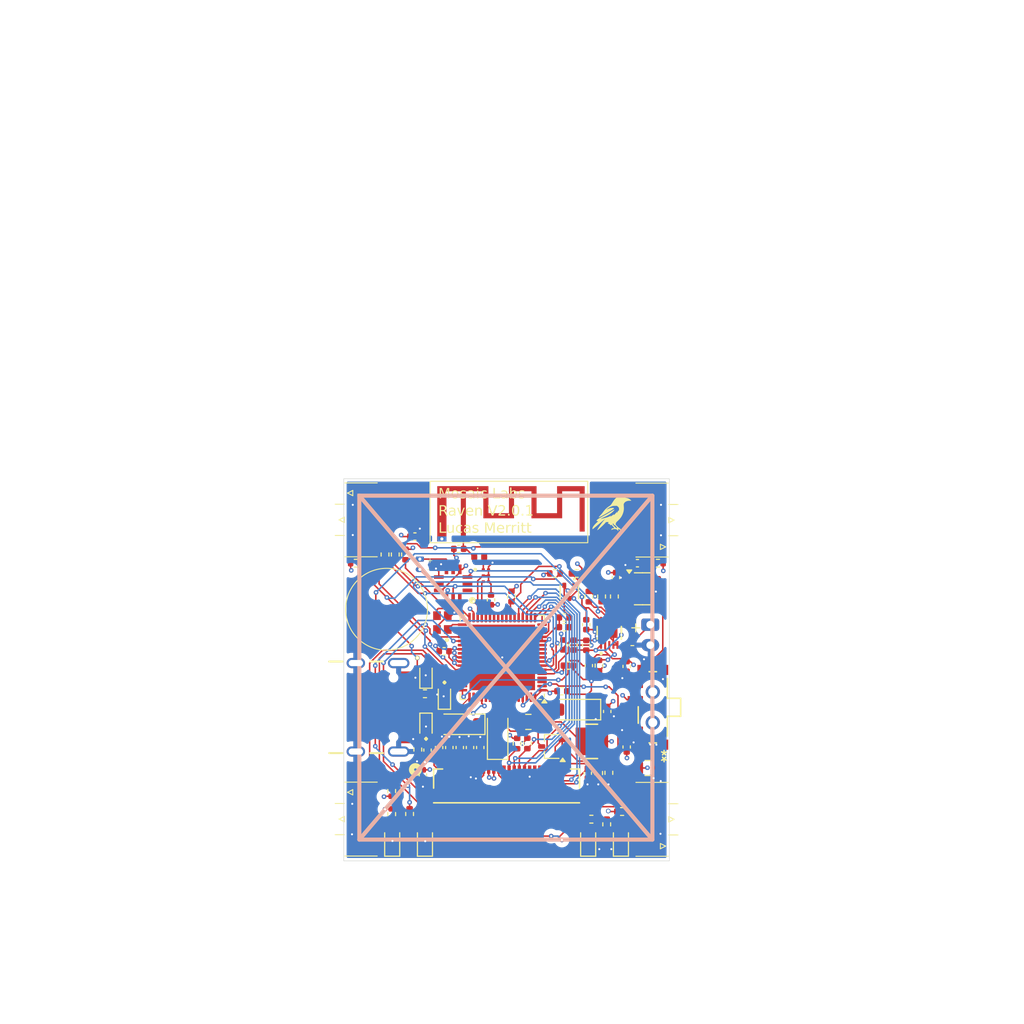
<source format=kicad_pcb>
(kicad_pcb (version 20240108) (generator "pcbnew") (generator_version "8.0")
  (title_block (title "Raven Prototype PCB") (date "2024-09-30") (rev "4") (company "Author: Lucas Merritt"))
  (layers (0 "F.Cu" signal) (1 "In1.Cu" signal) (2 "In2.Cu" signal) (31 "B.Cu" signal) (34 "B.Paste" user) (35 "F.Paste" user) (36 "B.SilkS" user "B.Silkscreen") (37 "F.SilkS" user "F.Silkscreen") (38 "B.Mask" user) (39 "F.Mask" user) (44 "Edge.Cuts" user))
  (net 0 "")
  (net 1 "GND")
  (net 2 "+BATT")
  (net 3 "/Battery Management/REGV")
  (net 4 "/E-Paper Display/PREVGH")
  (net 5 "Net-(D401-A)")
  (net 6 "Net-(D402-A)")
  (net 7 "/E-Paper Display/PREVGL")
  (net 8 "Net-(EPD_FPC401-VDD)")
  (net 9 "Net-(EPD_FPC401-VSH1)")
  (net 10 "Net-(EPD_FPC401-VSL)")
  (net 11 "Net-(EPD_FPC401-VCOM)")
  (net 12 "Net-(EPD_FPC401-VSH2)")
  (net 13 "Net-(D101-A)")
  (net 14 "Net-(D102-A)")
  (net 15 "Net-(D103-A)")
  (net 16 "VBUS")
  (net 17 "Net-(AE701-A)")
  (net 18 "/Microcontroller/D+")
  (net 19 "/E-Paper Display/MOSI")
  (net 20 "/E-Paper Display/BUSY")
  (net 21 "/E-Paper Display/RES_N")
  (net 22 "/E-Paper Display/GDR")
  (net 25 "/E-Paper Display/DC")
  (net 26 "/E-Paper Display/SCK")
  (net 29 "/Microcontroller/D-")
  (net 30 "/E-Paper Display/CS_N")
  (net 31 "/E-Paper Display/RESE")
  (net 32 "/Haptics/GPI_1")
  (net 33 "/Haptics/GPI_0")
  (net 34 "/Haptics/GPI_2")
  (net 35 "/Haptics/SCL")
  (net 36 "/Haptics/IRQ_N")
  (net 37 "/Haptics/SDA")
  (net 38 "+3.3V")
  (net 39 "/Input/BT2")
  (net 40 "/Input/BT3")
  (net 41 "/Input/BT1")
  (net 42 "/Input/BT4")
  (net 45 "/USB-C/CC2_T")
  (net 46 "/USB-C/CC1_T")
  (net 47 "Net-(D401-K)")
  (net 48 "/Battery Management/STAT1")
  (net 49 "/Battery Management/STAT2")
  (net 50 "/Battery Management/SYS_T")
  (net 53 "Net-(U301-ILIM{slash}VSET)")
  (net 54 "Net-(U301-ISET)")
  (net 55 "Net-(D403-A)")
  (net 56 "Net-(U702-NRST)")
  (net 57 "Net-(D104-A)")
  (net 58 "Net-(U701-OUT)")
  (net 59 "/Microcontroller/LED_BATT")
  (net 60 "/Microcontroller/LED_F1")
  (net 61 "/Microcontroller/LED_F2")
  (net 62 "Net-(U701-IN)")
  (net 78 "Net-(U702-OSC_OUT)")
  (net 86 "Net-(U702-OSC_IN)")
  (net 92 "Net-(Q701-D)")
  (net 93 "Net-(U301-TS{slash}MR)")
  (net 95 "Net-(J501-Pin_2)")
  (net 96 "Net-(J501-Pin_1)")
  (footprint "Resistor_SMD:R_0402_1005Metric" (layer "F.Cu") (at 147.2 103 180)
    (property "Reference" "R701" (hide yes))
    (property "Value" "100k")
  )
  (footprint "Raven:EVQPUA" (layer "F.Cu") (at 155.839 129.6285 90)
    (property "Reference" "SW604" (hide yes))
    (property "Value" "BT4")
  )
  (footprint "Raven:IND_BOURNS_SRN3015" (layer "F.Cu") (at 150.8 119.4)
    (property "Reference" "L401" (hide yes))
    (property "Value" "10uH 1A")
  )
  (footprint "Capacitor_SMD:C_0402_1005Metric" (layer "F.Cu") (at 152.3 116.48 -90)
    (property "Reference" "C711" (hide yes))
    (property "Value" "100pF")
  )
  (footprint "Diode_SMD:D_0603_1608Metric" (layer "F.Cu") (at 131.3 129.1245 90)
    (property "Reference" "D101" (hide yes))
    (property "Value" "LED_PWR")
  )
  (footprint "Resistor_SMD:R_0402_1005Metric" (layer "F.Cu") (at 150.5 105.26 90)
    (property "Reference" "R303" (hide yes))
    (property "Value" "3k")
  )
  (footprint "Diode_SMD:D_SOD-523" (layer "F.Cu") (at 134.6 112.95 90)
    (property "Reference" "D201" (hide yes))
    (property "Value" "TPD1E05U06-Q1")
  )
  (footprint "Raven:CUSTOM_MOTOR_CONN" (layer "F.Cu") (at 134 102.108 -90)
    (property "Reference" "J501" (hide yes))
    (property "Value" "MOTOR_CONN")
  )
  (footprint "Raven:GCT_USB4105-GF-A-16P" (layer "F.Cu") (at 127.75 116.0725 -90)
    (property "Reference" "J201" (hide yes))
    (property "Value" "USB_C_Receptacle_USB2.0_16P" (hide yes))
  )
  (footprint "Resistor_SMD:R_0402_1005Metric" (layer "F.Cu") (at 149.31 103 180)
    (property "Reference" "R702" (hide yes))
    (property "Value" "10k")
  )
  (footprint "Raven:CUSTOM_BATT_CONN" (layer "F.Cu") (at 156.5 108 -90)
    (property "Reference" "J301" (hide yes))
    (property "Value" "BATTERY_CONN")
  )
  (footprint "Package_DFN_QFN:QFN-68-1EP_8x8mm_P0.4mm_EP6.4x6.4mm" (layer "F.Cu") (at 142.05 111.2 180)
    (property "Reference" "U702" (hide yes))
    (property "Value" "STM32WB55RGVx")
  )
  (footprint "Capacitor_SMD:C_0402_1005Metric" (layer "F.Cu") (at 153.15 103.4 90)
    (property "Reference" "C712" (hide yes))
    (property "Value" "100nF")
  )
  (footprint "Diode_SMD:D_SOD-523" (layer "F.Cu") (at 136.4 115 90)
    (property "Reference" "D203" (hide yes))
    (property "Value" "ESD321")
  )
  (footprint "Diode_SMD:D_0603_1608Metric" (layer "F.Cu") (at 150.438 129.1245 90)
    (property "Reference" "D103" (hide yes))
    (property "Value" "LED_F1")
  )
  (footprint "Capacitor_SMD:C_0805_2012Metric" (layer "F.Cu") (at 156.25 122)
    (property "Reference" "C401" (hide yes))
    (property "Value" "4.7uF")
  )
  (footprint "Capacitor_SMD:C_0402_1005Metric" (layer "F.Cu") (at 147.88 114.5)
    (property "Reference" "C706" (hide yes))
    (property "Value" "100nF")
  )
  (footprint "Diode_SMD:D_SOD-123" (layer "F.Cu") (at 141.6 118.8 90)
    (property "Reference" "D401" (hide yes))
    (property "Value" "MBR0530")
  )
  (footprint "Resistor_SMD:R_0402_1005Metric" (layer "F.Cu") (at 144.5 119.6 -90)
    (property "Reference" "R404" (hide yes))
    (property "Value" "100k")
  )
  (footprint "Resistor_SMD:R_0402_1005Metric" (layer "F.Cu") (at 133.8 120.2 -90)
    (property "Reference" "R201" (hide yes))
    (property "Value" "5.1k")
  )
  (footprint "Diode_SMD:D_SOD-123" (layer "F.Cu") (at 138 117.73 180)
    (property "Reference" "D403" (hide yes))
    (property "Value" "MBR0530")
  )
  (footprint "Capacitor_SMD:C_0402_1005Metric" (layer "F.Cu") (at 135.88 120 -90)
    (property "Reference" "C408" (hide yes))
    (property "Value" "1uF")
  )
  (footprint "Capacitor_SMD:C_0402_1005Metric" (layer "F.Cu") (at 137.8 100.6 180)
    (property "Reference" "C701" (hide yes))
    (property "Value" "1.2pF")
  )
  (footprint "Inductor_SMD:L_0402_1005Metric" (layer "F.Cu") (at 139.8 101.4)
    (property "Reference" "L701" (hide yes))
    (property "Value" "3.6nH")
  )
  (footprint "Resistor_SMD:R_0402_1005Metric" (layer "F.Cu") (at 152.46 122.47 -90)
    (property "Reference" "R402" (hide yes))
    (property "Value" "3")
  )
  (footprint "Capacitor_SMD:C_0402_1005Metric" (layer "F.Cu") (at 137.9 120 -90)
    (property "Reference" "C406" (hide yes))
    (property "Value" "1uF")
  )
  (footprint "Capacitor_SMD:C_0402_1005Metric" (layer "F.Cu") (at 140.95 105.58 90)
    (property "Reference" "C709" (hide yes))
    (property "Value" "100nF")
  )
  (footprint "Package_TO_SOT_SMD:SOT-523" (layer "F.Cu") (at 148.6 104.8 -90)
    (property "Reference" "Q701" (hide yes))
    (property "Value" "DMG1012T")
  )
  (footprint "Resistor_SMD:R_0402_1005Metric" (layer "F.Cu") (at 134.5 114.75)
    (property "Reference" "R202" (hide yes))
    (property "Value" "5.1k")
  )
  (footprint "Capacitor_SMD:C_0402_1005Metric" (layer "F.Cu") (at 155.25 102 180)
    (property "Reference" "C305" (hide yes))
    (property "Value" "4.7uF")
  )
  (footprint "Resistor_SMD:R_0402_1005Metric" (layer "F.Cu") (at 152.25 127.5 -90)
    (property "Reference" "R104" (hide yes))
    (property "Value" "560")
  )
  (footprint "Capacitor_SMD:C_0402_1005Metric" (layer "F.Cu") (at 136.88 120 -90)
    (property "Reference" "C407" (hide yes))
    (property "Value" "1uF")
  )
  (footprint "Resistor_SMD:R_0402_1005Metric" (layer "F.Cu") (at 133 126.49 -90)
    (property "Reference" "R102" (hide yes))
    (property "Value" "560")
  )
  (footprint "Resistor_SMD:R_0402_1005Metric" (layer "F.Cu") (at 150.75 127 180)
    (property "Reference" "R103" (hide yes))
    (property "Value" "560")
  )
  (footprint "Resistor_SMD:R_0402_1005Metric" (layer "F.Cu") (at 130.6 101.15 -90)
    (property "Reference" "R501" (hide yes))
    (property "Value" "10k")
  )
  (footprint "Resistor_SMD:R_0402_1005Metric" (layer "F.Cu") (at 151.75 105.25 90)
    (property "Reference" "R302" (hide yes))
    (property "Value" "18k")
  )
  (footprint "Raven:QFN-12-3x3mm-P0.65mm" (layer "F.Cu") (at 137.25 104 180)
    (property "Reference" "U501" (hide yes))
    (property "Value" "DA7280" (hide yes))
  )
  (footprint "Capacitor_SMD:C_0402_1005Metric" (layer "F.Cu") (at 148.1 107.3)
    (property "Reference" "C705" (hide yes))
    (property "Value" "1uF")
  )
  (footprint "Resistor_SMD:R_0402_1005Metric" (layer "F.Cu") (at 131.25 124.25 90)
    (property "Reference" "R602" (hide yes))
    (property "Value" "10k")
  )
  (footprint "RF_Antenna:Texas_SWRA117D_2.4GHz_Right" (layer "F.Cu") (at 138.25 99.625)
    (property "Reference" "AE701" (hide yes))
    (property "Value" "MEANDER_ANT")
  )
  (footprint "Capacitor_SMD:C_0402_1005Metric" (layer "F.Cu") (at 149 110 90)
    (property "Reference" "C304" (hide yes))
    (property "Value" "1uF")
  )
  (footprint "Resistor_SMD:R_0402_1005Metric" (layer "F.Cu") (at 153.75 126.25)
    (property "Reference" "R604" (hide yes))
    (property "Value" "10k")
  )
  (footprint "Package_TO_SOT_SMD:SOT-23-5" (layer "F.Cu") (at 155.75 104.5)
    (property "Reference" "U302" (hide yes))
    (property "Value" "TPS7A20")
  )
  (footprint "Resistor_SMD:R_0402_1005Metric" (layer "F.Cu") (at 142.95 105.25 -90)
    (property "Reference" "R304" (hide yes))
    (property "Value" "10k")
  )
  (footprint "LOGO" (layer "F.Cu") (at 152.932445 97.145346)
    (property "Reference" "G***" (hide yes))
    (property "Value" "LOGO" (hide yes))
  )
  (footprint "Resistor_SMD:R_0402_1005Metric" (layer "F.Cu") (at 132.6 101.15 -90)
    (property "Reference" "R503" (hide yes))
    (property "Value" "10k")
  )
  (footprint "Diode_SMD:D_SOD-123" (layer "F.Cu") (at 149.3 116.3 180)
    (property "Reference" "D402" (hide yes))
    (property "Value" "MBR0530")
  )
  (footprint "Raven:EVQPUA" (layer "F.Cu") (at 155.839 100.407 90)
    (property "Reference" "SW603" (hide yes))
    (property "Value" "BT2")
  )
  (footprint "Capacitor_SMD:C_0805_2012Metric" (layer "F.Cu") (at 144.6 117.5 180)
    (property "Reference" "C403" (hide yes))
    (property "Value" "4.7uF")
  )
  (footprint "Capacitor_SMD:C_0402_1005Metric" (layer "F.Cu") (at 148.1 108.25)
    (property "Reference" "C707" (hide yes))
    (property "Value" "10nF")
  )
  (footprint "Package_TO_SOT_SMD:SOT-323_SC-70" (layer "F.Cu") (at 146.9 119.9 180)
    (property "Reference" "Q401" (hide yes))
    (property "Value" "Si1308EDL")
  )
  (footprint "Resistor_SMD:R_0402_1005Metric" (layer "F.Cu") (at 157.25 102 180)
    (property "Reference" "R603" (hide yes))
    (property "Value" "10k")
  )
  (footprint "Capacitor_SMD:C_0402_1005Metric" (layer "F.Cu") (at 150.4 122.51 90)
    (property "Reference" "C409" (hide yes))
    (property "Value" "1uF")
  )
  (footprint "Capacitor_SMD:C_0402_1005Metric" (layer "F.Cu") (at 134.75 120.25 90)
    (property "Reference" "C404" (hide yes))
    (property "Value" "1uF")
  )
  (footprint "Raven:EVQPUA" (layer "F.Cu") (at 129.101 95.15 -90)
    (property "Reference" "SW601" (hide yes))
    (property "Value" "BT1")
  )
  (footprint "Raven:MLPF-WB55-01E3" (layer "F.Cu") (at 140.454 103.213001)
    (property "Reference" "U701" (hide yes))
    (property "Value" "MLPF-WB55-01E3")
  )
  (footprint "Resistor_SMD:R_0402_1005Metric" (layer "F.Cu") (at 151.5 112 90)
    (property "Reference" "R305" (hide yes))
    (property "Value" "10k")
  )
  (footprint "Capacitor_SMD:C_0402_1005Metric" (layer "F.Cu") (at 150.25 110.02 90)
    (property "Reference" "C303" (hide yes))
    (property "Value" "10uF")
  )
  (footprint "Raven:SSSS811101" (layer "F.Cu") (at 156.75 116.0725 180)
    (property "Reference" "SW102" (hide yes))
    (property "Value" "PWR_SWITCH")
  )
  (footprint "Raven:WSON10_DLH_TEX-M" (layer "F.Cu") (at 152.5 108.8001 90)
    (property "Reference" "U301" (hide yes))
    (property "Value" "BQ25185")
  )
  (footprint "Raven:EVQPUA" (layer "F.Cu") (at 129.099 124.3715 -90)
    (property "Reference" "SW602" (hide yes))
    (property "Value" "BT3")
  )
  (footprint "Capacitor_SMD:C_0402_1005Metric" (layer "F.Cu") (at 148.5 112)
    (property "Reference" "C702" (hide yes))
    (property "Value" "100nF")
  )
  (footprint "Resistor_SMD:R_0402_1005Metric" (layer "F.Cu") (at 127.75 102)
    (property "Reference" "R601" (hide yes))
    (property "Value" "10k")
  )
  (footprint "Capacitor_SMD:C_0402_1005Metric" (layer "F.Cu") (at 133.52 99.4)
    (property "Reference" "C501" (hide yes))
    (property "Value" "100nF")
  )
  (footprint "Capacitor_SMD:C_0402_1005Metric" (layer "F.Cu") (at 136.37 110.6 180)
    (property "Reference" "C708" (hide yes))
    (property "Value" "100nF")
  )
  (footprint "Diode_SMD:D_SOD-523" (layer "F.Cu") (at 134.6 117.9 -90)
    (property "Reference" "D202" (hide yes))
    (property "Value" "ESD321")
  )
  (footprint "Resistor_SMD:R_0402_1005Metric" (layer "F.Cu") (at 131.25 126.5 -90)
    (property "Reference" "R101" (hide yes))
    (property "Value" "560")
  )
  (footprint "Capacitor_SMD:C_0402_1005Metric" (layer "F.Cu") (at 154.2 112.08 -90)
    (property "Reference" "C703" (hide yes))
    (property "Value" "4.7uF")
  )
  (footprint "Capacitor_SMD:C_0402_1005Metric" (layer "F.Cu") (at 150.5 112 -90)
    (property "Reference" "C302" (hide yes))
    (property "Value" "1uF")
  )
  (footprint "Capacitor_SMD:C_0402_1005Metric" (layer "F.Cu") (at 154.2 119.95 90)
    (property "Reference" "C704" (hide yes))
    (property "Value" "100nF")
  )
  (footprint "Resistor_SMD:R_0402_1005Metric" (layer "F.Cu") (at 131.6 101.15 -90)
    (property "Reference" "R502" (hide yes))
    (property "Value" "10k")
  )
  (footprint "Capacitor_SMD:C_0402_1005Metric" (layer "F.Cu") (at 148 109.98 90)
    (property "Reference" "C713" (hide yes))
    (property "Value" "100nF")
  )
  (footprint "Capacitor_SMD:C_0402_1005Metric" (layer "F.Cu") (at 134.3 122.66 -90)
    (property "Reference" "C710" (hide yes))
    (property "Value" "100nF")
  )
  (footprint "Resistor_SMD:R_0402_1005Metric" (layer "F.Cu") (at 143.5 119.61 -90)
    (property "Reference" "R403" (hide yes))
    (property "Value" "100k")
  )
  (footprint "Raven:CONN_F3311A7H121024E200_AMP_FACE_UP" (layer "F.Cu") (at 142.47 123.75)
    (property "Reference" "EPD_FPC401" (hide yes))
    (property "Value" "FPC24-0.5MM-EPD")
  )
  (footprint "Diode_SMD:D_0603_1608Metric" (layer "F.Cu") (at 134.5 129.1245 90)
    (property "Reference" "D102" (hide yes))
    (property "Value" "LED_BATT")
  )
  (footprint "Diode_SMD:D_0603_1608Metric" (layer "F.Cu") (at 153.638 129.1245 90)
    (property "Reference" "D104" (hide yes))
    (property "Value" "LED_F2")
  )
  (footprint "Resistor_SMD:R_0402_1005Metric" (layer "F.Cu") (at 151.46 122.49 90)
    (property "Reference" "R401" (hide yes))
    (property "Value" "10k")
  )
  (footprint "Raven:XTAL_ECS-160-9-37-CKM-TR" (layer "F.Cu") (at 136.2 107.8 90)
    (property "Reference" "Y701" (hide yes))
    (property "Value" "32M")
  )
  (footprint "Capacitor_SMD:C_0402_1005Metric" (layer "F.Cu") (at 138.9 120 -90)
    (property "Reference" "C405" (hide yes))
    (property "Value" "1uF")
  )
  (footprint "Capacitor_SMD:C_0402_1005Metric" (layer "F.Cu") (at 150.25 108 -90)
    (property "Reference" "C301" (hide yes))
    (property "Value" "1uF")
  )
  (footprint "Capacitor_SMD:C_0402_1005Metric" (layer "F.Cu") (at 139.9 120 -90)
    (property "Reference" "C402" (hide yes))
    (property "Value" "1uF")
  )
  (footprint "Resistor_SMD:R_0402_1005Metric" (layer "F.Cu") (at 153 105.25 90)
    (property "Reference" "R301" (hide yes))
    (property "Value" "10k")
  )
  (gr_rect (start 128.09 95.406) (end 156.71 128.994) (stroke (width 0.4)) (fill none) (layer "B.SilkS"))
  (gr_line (start 128.09 95.406) (end 156.71 128.994) (stroke (width 0.4)) (layer "B.SilkS"))
  (gr_line (start 156.71 95.406) (end 128.09 128.994) (stroke (width 0.4)) (layer "B.SilkS"))
  (gr_circle (center 130.75 106.5) (end 134.75 106.5) (stroke (width 0.1)) (fill none) (layer "F.SilkS"))
  (gr_rect (start 135 94) (end 150.4 100) (stroke (width 0.1)) (fill none) (layer "F.SilkS"))
  (gr_rect (start 126.57 93.75) (end 158.37 131.07) (stroke (width 0.05)) (fill none) (layer "Edge.Cuts"))
  (gr_text "Mosaic Labs\nRaven V2.0.1\nLucas Merritt" (at 135.8 99.2 0) (layer "F.SilkS") (effects (font (size 1 1) (thickness 0.1)) (justify left bottom)))
  (gr_text "+\n-" (at 154.5 110.6 0) (layer "F.SilkS") (effects (font (size 1 1) (thickness 0.1)) (justify left bottom)))
  (gr_text "." (at 134 119.5 0) (layer "F.SilkS") (effects (font (size 2 2) (thickness 0.2) (bold yes)) (justify left bottom)))
  (gr_text "+\n-" (at 134.7 102.9 0) (layer "F.SilkS") (effects (font (size 0.5 0.5) (thickness 0.1)) (justify left bottom)))
  (gr_text "." (at 135.8 114 0) (layer "F.SilkS") (effects (font (size 2 2) (thickness 0.2) (bold yes)) (justify left bottom)))
  (segment (start 155.65 112.42252) (end 155.65 111.62) (width 0.15) (layer "F.Cu") (net 1))
  (segment (start 150.88 108.48) (end 151.1 108.7) (width 0.15) (layer "F.Cu") (net 1))
  (segment (start 152.5 108.8001) (end 151.631537 108.8001) (width 0.15) (layer "F.Cu") (net 1))
  (segment (start 135.85 102.8) (end 135.575 102.525) (width 0.15) (layer "F.Cu") (net 1))
  (segment (start 136.4 114.925) (end 136.325 115) (width 0.15) (layer "F.Cu") (net 1))
  (segment (start 150.404289 114.8) (end 150.75 114.454289) (width 0.15) (layer "F.Cu") (net 1))
  (segment (start 150.438 129.912) (end 151.512 129.912) (width 0.15) (layer "F.Cu") (net 1))
  (segment (start 150.25 108.48) (end 150.88 108.48) (width 0.15) (layer "F.Cu") (net 1))
  (segment (start 151.06 109.54) (end 151.075 109.525) (width 0.15) (layer "F.Cu") (net 1))
  (segment (start 141.65 110.8) (end 142.05 111.2) (width 0.15) (layer "F.Cu") (net 1))
  (segment (start 148.98 112.38) (end 149.954988 113.354988) (width 0.15) (layer "F.Cu") (net 1))
  (segment (start 151.2 113.05) (end 150.75 113.5) (width 0.15) (layer "F.Cu") (net 1))
  (segment (start 151.631537 108.8001) (end 151.301484 109.130153) (width 0.15) (layer "F.Cu") (net 1))
  (segment (start 127.401 99.299) (end 127.45 99.25) (width 0.15) (layer "F.Cu") (net 1))
  (segment (start 140.708 103.8) (end 140.708 103.213001) (width 0.15) (layer "F.Cu") (net 1))
  (segment (start 151.512 129.912) (end 151.525 129.925) (width 0.15) (layer "F.Cu") (net 1))
  (segment (start 133.256814 112.8725) (end 133.567157 113.182843) (width 0.15) (layer "F.Cu") (net 1))
  (segment (start 148 110.259358) (end 148.739358 109.52) (width 0.15) (layer "F.Cu") (net 1))
  (segment (start 136.6 102.6) (end 136.575 102.6) (width 0.15) (layer "F.Cu") (net 1))
  (segment (start 134.6 118.6) (end 134.6 117.95) (width 0.15) (layer "F.Cu") (net 1))
  (segment (start 150.95 116.3) (end 150.95 117) (width 0.15) (layer "F.Cu") (net 1))
  (segment (start 135.625 114.75) (end 135.7 114.825) (width 0.15) (layer "F.Cu") (net 1))
  (segment (start 134.5 129.912) (end 134.5 129.175) (width 0.15) (layer "F.Cu") (net 1))
  (segment (start 127.399 125.499) (end 127.4 125.5) (width 0.15) (layer "F.Cu") (net 1))
  (segment (start 134.75 121.175) (end 134.5 121.425) (width 0.15) (layer "F.Cu") (net 1))
  (segment (start 148.739358 109.52) (end 149 109.52) (width 0.15) (layer "F.Cu") (net 1))
  (segment (start 136.4 114.3) (end 136.4 114.925) (width 0.15) (layer "F.Cu") (net 1))
  (segment (start 148.58 108.25) (end 148.58 107.3) (width 0.15) (layer "F.Cu") (net 1))
  (segment (start 154.3725 104.74) (end 154.6125 104.5) (width 0.15) (layer "F.Cu") (net 1))
  (segment (start 127.401 95.15) (end 127.401 96.251) (width 0.15) (layer "F.Cu") (net 1))
  (segment (start 150.75 114.454289) (end 150.75 113.5) (width 0.15) (layer "F.Cu") (net 1))
  (segment (start 152.90005 109.20015) (end 152.5 108.8001) (width 0.15) (layer "F.Cu") (net 1))
  (segment (start 154.2 112.56) (end 154.2 112.8) (width 0.15) (layer "F.Cu") (net 1))
  (segment (start 157.539 95.157) (end 157.539 96.289) (width 0.15) (layer "F.Cu") (net 1))
  (segment (start 136.88 119.52) (end 136.88 118.955) (width 0.15) (layer "F.Cu") (net 1))
  (segment (start 157.539 124.3785) (end 157.539 123.289) (width 0.15) (layer "F.Cu") (net 1))
  (segment (start 154.2 119.47) (end 154.845 119.47) (width 0.15) (layer "F.Cu") (net 1))
  (segment (start 131.3 129.912) (end 131.3 129.15) (width 0.15) (layer "F.Cu") (net 1))
  (segment (start 135.88 119.205686) (end 136.155343 118.930343) (width 0.15) (layer "F.Cu") (net 1))
  (segment (start 154.6125 104.5) (end 153.77 104.5) (width 0.15) (layer "F.Cu") (net 1))
  (segment (start 157.539 123.289) (end 157.525 123.275) (width 0.15) (layer "F.Cu") (net 1))
  (segment (start 140.95 105.1) (end 140.95 104.042) (width 0.15) (layer "F.Cu") (net 1))
  (segment (start 127.399 129.6215) (end 127.399 128.499) (width 0.15) (layer "F.Cu") (net 1))
  (segment (start 140.708 103.213001) (end 140.708 102.626002) (width 0.15) (layer "F.Cu") (net 1))
  (segment (start 127.399 128.499) (end 127.375 128.475) (width 0.15) (layer "F.Cu") (net 1))
  (segment (start 157.10252 119.72248) (end 157.1 119.725) (width 0.15) (layer "F.Cu") (net 1))
  (segment (start 148.58 107.18) (end 148.1 106.7) (width 0.15) (layer "F.Cu") (net 1))
  (segment (start 148.66 114.8) (end 148.36 114.5) (width 0.15) (layer "F.Cu") (net 1))
  (segment (start 127.401 100.4) (end 127.401 99.299) (width 0.15) (layer "F.Cu") (net 1))
  (segment (start 157.2 122.622119) (end 156.830174 122.991945) (width 0.15) (layer "F.Cu") (net 1))
  (segment (start 137.32 101.21762) (end 137.57738 101.475) (width 0.15) (layer "F.Cu") (net 1))
  (segment (start 135.89 110.44) (end 135.525 110.075) (width 0.15) (layer "F.Cu") (net 1))
  (segment (start 156.8875 105.45) (end 156.8875 104.9375) (width 0.15) (layer "F.Cu") (net 1))
  (segment (start 140.2 103.213001) (end 140.708 103.213001) (width 0.15) (layer "F.Cu") (net 1))
  (segment (start 153.77 104.5) (end 153.15 103.88) (width 0.15) (layer "F.Cu") (net 1))
  (segment (start 155.65 111.62) (end 155.89 111.38) (width 0.15) (layer "F.Cu") (net 1))
  (segment (start 131.3 129.15) (end 131.325 129.125) (width 0.15) (layer "F.Cu") (net 1))
  (segment (start 140.219997 122.7124) (end 139.907397 123.025) (width 0.15) (layer "F.Cu") (net 1))
  (segment (start 139.9 119.52) (end 139.9 118.975) (width 0.15) (layer "F.Cu") (net 1))
  (segment (start 151.610001 104.74) (end 151.114444 105.235557) (width 0.15) (layer "F.Cu") (net 1))
  (segment (start 152.90005 109.9812) (end 152.90005 109.20015) (width 0.15) (layer "F.Cu") (net 1))
  (segment (start 140.708 102.626002) (end 140.708 102.342) (width 0.15) (layer "F.Cu") (net 1))
  (segment (start 150.404289 114.8) (end 148.66 114.8) (width 0.15) (layer "F.Cu") (net 1))
  (segment (start 154.77 102) (end 154.25 102) (width 0.15) (layer "F.Cu") (net 1))
  (segment (start 157.539 96.289) (end 157.55 96.3) (width 0.15) (layer "F.Cu") (net 1))
  (segment (start 152.46 123.565001) (end 152.425 123.600001) (width 0.15) (layer "F.Cu") (net 1))
  (segment (start 139.219997 122.655004) (end 138.974143 122.900858) (width 0.15) (layer "F.Cu") (net 1))
  (segment (start 140.157599 103.213001) (end 139.65 103.7206) (width 0.15) (layer "F.Cu") (net 1))
  (segment (start 157.2 122) (end 157.2 122.622119) (width 0.15) (layer "F.Cu") (net 1))
  (segment (start 148 110.46) (end 148 110.259358) (width 0.15) (layer "F.Cu") (net 1))
  (segment (start 152.94 116.96) (end 152.95 116.95) (width 0.15) (layer "F.Cu") (net 1))
  (segment (start 133.8 120.71) (end 133.8 121.275) (width 0.15) (layer "F.Cu") (net 1))
  (segment (start 135.89 110.6) (end 135.89 110.44) (width 0.15) (layer "F.Cu") (net 1))
  (segment (start 157.85 112.42252) (end 157.85 113.21) (width 0.15) (layer "F.Cu") (net 1))
  (segment (start 149.954988 113.354988) (end 150.445012 113.354988) (width 0.15) (layer "F.Cu") (net 1))
  (segment (start 148.1 104.155) (end 148.1 104.325) (width 0.15) (layer "F.Cu") (net 1))
  (segment (start 152.3 116.96) (end 152.94 116.96) (width 0.15) (layer "F.Cu") (net 1))
  (segment (start 151.46 123.565001) (end 151.425 123.600001) (width 0.15) (layer "F.Cu") (net 1))
  (segment (start 155.0404 118.31532) (end 153.76532 118.31532) (width 0.15) (layer "F.Cu") (net 1))
  (segment (start 137.32 100.6) (end 137.32 101.21762) (width 0.15) (layer "F.Cu") (net 1))
  (segment (start 139.907397 123.025) (end 139.475 123.025) (width 0.15) (layer "F.Cu") (net 1))
  (segment (start 134 99.4) (end 134 98.625) (width 0.15) (layer "F.Cu") (net 1))
  (segment (start 153.638 129.912) (end 152.713 129.912) (width 0.15) (layer "F.Cu") (net 1))
  (segment (start 154.845 119.47) (end 154.875 119.5) (width 0.15) (layer "F.Cu") (net 1))
  (segment (start 140.95 104.042) (end 140.708 103.8) (width 0.15) (layer "F.Cu") (net 1))
  (segment (start 127.399 124.3715) (end 127.399 125.499) (width 0.15) (layer "F.Cu") (net 1))
  (segment (start 152.5 109.1811) (end 153.3001 109.9812) (width 0.15) (layer "F.Cu") (net 1))
  (segment (start 136.575 102.6) (end 136.075 102.1) (width 0.15) (layer "F.Cu") (net 1))
  (segment (start 144.719999 122.156) (end 144.719999 122.844999) (width 0.15) (layer "F.Cu") (net 1))
  (segment (start 139.65 106.225) (end 139.65 107.3125) (width 0.15) (layer "F.Cu") (net 1))
  (segment (start 153 104.74) (end 154.3725 104.74) (width 0.15) (layer "F.Cu") (net 1))
  (segment (start 150.5 112.48) (end 150.630686 112.48) (width 0.15) (layer "F.Cu") (net 1))
  (segment (start 139.65 103.7206) (end 139.65 106.225) (width 0.15) (layer "F.Cu") (net 1))
  (segment (start 152.46 122.98) (end 152.46 123.565001) (width 0.15) (layer "F.Cu") (net 1))
  (segment (start 152.5 108.8001) (end 152.5 109.1811) (width 0.15) (layer "F.Cu") (net 1))
  (segment (start 134.3 123.14) (end 134.3 123.825) (width 0.15) (layer "F.Cu") (net 1))
  (segment (start 148.98 112) (end 148.98 112.38) (width 0.15) (layer "F.Cu") (net 1))
  (segment (start 150.5 104.75) (end 150.628887 104.75) (width 0.15) (layer "F.Cu") (net 1))
  (segment (start 150.25 109.54) (end 151.06 109.54) (width 0.15) (layer "F.Cu") (net 1))
  (segment (start 135.675 108.475) (end 135.675 108.175) (width 0.15) (layer "F.Cu") (net 1))
  (segment (start 146.225 103) (end 146.075 103.15) (width 0.15) (layer "F.Cu") (net 1))
  (segment (start 153.158883 103.88) (end 153.625001 103.413882) (width 0.15) (layer "F.Cu") (net 1))
  (segment (start 152.713 129.912) (end 152.7 129.925) (width 0.15) (layer "F.Cu") (net 1))
  (segment (start 150.4 123.575001) (end 150.375 123.600001) (width 0.15) (layer "F.Cu") (net 1))
  (segment (start 152.90005 109.9812) (end 153.3001 109.9812) (width 0.15) (layer "F.Cu") (net 1))
  (segment (start 139.65 106.125) (end 139.25 105.725) (width 0.15) (layer "F.Cu") (net 1))
  (segment (start 150.4 122.99) (end 150.4 123.575001) (width 0.15) (layer "F.Cu") (net 1))
  (segment (start 127.401 96.251) (end 127.45 96.3) (width 0.15) (layer "F.Cu") (net 1))
  (segment (start 138.1625 110.8) (end 141.65 110.8) (width 0.15) (layer "F.Cu") (net 1))
  (segment (start 138.9 119.025) (end 138.775 118.9) (width 0.15) (layer "F.Cu") (net 1))
  (segment (start 157.85 113.21) (end 157.74 113.32) (width 0.15) (layer "F.Cu") (net 1))
  (segment (start 149 109.52) (end 150.23 109.52) (width 0.15) (layer "F.Cu") (net 1))
  (segment (start 148.1 104.325) (end 148.45 104.675) (width 0.15) (layer "F.Cu") (net 1))
  (segment (start 155.65 119.72248) (end 156.47752 119.72248) (width 0.15) (layer "F.Cu") (net 1))
  (segment (start 157.539 100.407) (end 157.539 99.286) (width 0.15) (layer "F.Cu") (net 1))
  (segment (start 140.708 102.342) (end 141.1 101.95) (width 0.15) (layer "F.Cu") (net 1))
  (segment (start 150.628887 104.75) (end 151.114444 105.235557) (width 0.15) (layer "F.Cu") (net 1))
  (segment (start 157.539 129.6285) (end 157.539 128.464) (width 0.15) (layer "F.Cu") (net 1))
  (segment (start 134.6 112.925) (end 134.575 112.95) (width 0.15) (layer "F.Cu") (net 1))
  (segment (start 135.675 108.175) (end 136.725 107.125) (width 0.15) (layer "F.Cu") (net 1))
  (segment (start 132.505 112.8725) (end 133.256814 112.8725) (width 0.15) (layer "F.Cu") (net 1))
  (segment (start 150.445012 113.354988) (end 150.604988 113.354988) (width 0.15) (layer "F.Cu") (net 1))
  (segment (start 140.219997 122.156) (end 140.219997 122.7124) (width 0.15) (layer "F.Cu") (net 1))
  (segment (start 154.25 102) (end 154.075 102.175) (width 0.15) (layer "F.Cu") (net 1))
  (segment (start 133.2525 119.2725) (end 133.35 119.175) (width 0.15) (layer "F.Cu") (net 1))
  (segment (start 148.58 107.3) (end 148.58 107.18) (width 0.15) (layer "F.Cu") (net 1))
  (segment (start 140.2 103.213001) (end 140.157599 103.213001) (width 0.15) (layer "F.Cu") (net 1))
  (segment (start 150.95 117) (end 151.175 117.225) (width 0.15) (layer "F.Cu") (net 1))
  (segment (start 135.01 114.75) (end 135.625 114.75) (width 0.15) (layer "F.Cu") (net 1))
  (segment (start 156.47752 119.72248) (end 156.5 119.7) (width 0.15) (layer "F.Cu") (net 1))
  (segment (start 157.539 99.286) (end 157.55 99.275) (width 0.15) (layer "F.Cu") (net 1))
  (segment (start 135.85 103.35) (end 135.85 102.8) (width 0.15) (layer "F.Cu") (net 1))
  (segment (start 154.2 112.8) (end 153.775 113.225) (width 0.15) (layer "F.Cu") (net 1))
  (segment (start 138.9 119.52) (end 138.9 119.025) (width 0.15) (layer "F.Cu") (net 1))
  (segment (start 132.505 119.2725) (end 133.2525 119.2725) (width 0.15) (layer "F.Cu") (net 1))
  (segment (start 150.604988 113.354988) (end 150.75 113.5) (width 0.15) (layer "F.Cu") (net 1))
  (segment (start 136.725 107.125) (end 137.075 107.125) (width 0.15) (layer "F.Cu") (net 1))
  (segment (start 135.88 119.52) (end 135.88 119.205686) (width 0.15) (layer "F.Cu") (net 1))
  (segment (start 139.219997 122.156) (end 139.219997 122.655004) (width 0.15) (layer "F.Cu") (net 1))
  (segment (start 150.630686 112.48) (end 151.2 113.049314) (width 0.15) (layer "F.Cu") (net 1))
  (segment (start 133.8 121.275) (end 133.725 121.35) (width 0.15) (layer "F.Cu") (net 1))
  (segment (start 142.05 111.2) (end 142.1 111.2) (width 0.15) (layer "F.Cu") (net 1))
  (segment (start 134.5 129.175) (end 134.525 129.15) (width 0.15) (layer "F.Cu") (net 1))
  (segment (start 156.8875 104.9375) (end 157.05 104.775) (width 0.15) (layer "F.Cu") (net 1))
  (segment (start 151.75 104.74) (end 151.610001 104.74) (width 0.15) (layer "F.Cu") (net 1))
  (segment (start 134.6 112.25) (end 134.6 112.925) (width 0.15) (layer "F.Cu") (net 1))
  (segment (start 148.1 106.7) (end 148.1 104.155) (width 0.15) (layer "F.Cu") (net 1))
  (segment (start 157.539 128.464) (end 157.5 128.425) (width 0.15) (layer "F.Cu") (net 1))
  (segment (start 151.2 113.049314) (end 151.2 113.05) (width 0.15) (layer "F.Cu") (net 1))
  (segment (start 139.65 106.225) (end 139.65 106.125) (width 0.15) (layer "F.Cu") (net 1))
  (segment (start 150.23 109.52) (end 150.25 109.54) (width 0.15) (layer "F.Cu") (net 1))
  (segment (start 157.85 119.72248) (end 157.10252 119.72248) (width 0.15) (layer "F.Cu") (net 1))
  (segment (start 134.75 120.73) (end 134.75 121.175) (width 0.15) (layer "F.Cu") (net 1))
  (segment (start 136.88 118.955) (end 136.875 118.95) (width 0.15) (layer "F.Cu") (net 1))
  (segment (start 137.075 107.125) (end 137.375 106.825) (width 0.15) (layer "F.Cu") (net 1))
  (segment (start 144.719999 122.844999) (end 144.725 122.85) (width 0.15) (layer "F.Cu") (net 1))
  (segment (start 137.9 119) (end 137.875 118.975) (width 0.15) (layer "F.Cu") (net 1))
  (segment (start 137.9 119.52) (end 137.9 119) (width 0.15) (layer "F.Cu") (net 1))
  (segment (start 146.69 103) (end 146.225 103) (width 0.15) (layer "F.Cu") (net 1))
  (segment (start 151.46 123) (end 151.46 123.565001) (width 0.15) (layer "F.Cu") (net 1))
  (segment (start 153.76532 118.31532) (end 153.75 118.3) (width 0.15) (layer "F.Cu") (net 1))
  (segment (start 153.15 103.88) (end 153.158883 103.88) (width 0.15) (layer "F.Cu") (net 1))
  (via (at 157.525 123.275) (size 0.45) (drill 0.2) (layers "F.Cu" "B.Cu") (net 1))
  (via (at 136.325 115) (size 0.45) (drill 0.2) (layers "F.Cu" "B.Cu") (net 1))
  (via (at 133.567157 113.182843) (size 0.45) (drill 0.2) (layers "F.Cu" "B.Cu") (net 1))
  (via (at 152.7 129.925) (size 0.45) (drill 0.2) (layers "F.Cu" "B.Cu") (net 1))
  (via (at 156.830174 122.991945) (size 0.45) (drill 0.2) (layers "F.Cu" "B.Cu") (net 1))
  (via (at 151.175 117.225) (size 0.45) (drill 0.2) (layers "F.Cu" "B.Cu") (net 1))
  (via (at 153.75 118.3) (size 0.45) (drill 0.2) (layers "F.Cu" "B.Cu") (net 1))
  (via (at 139.475 123.025) (size 0.45) (drill 0.2) (layers "F.Cu" "B.Cu") (net 1))
  (via (at 151.425 123.600001) (size 0.45) (drill 0.2) (layers "F.Cu" "B.Cu") (net 1))
  (via (at 157.74 113.32) (size 0.45) (drill 0.2) (layers "F.Cu" "B.Cu") (net 1))
  (via (at 157.55 99.275) (size 0.45) (drill 0.2) (layers "F.Cu" "B.Cu") (net 1))
  (via (at 139.9 118.975) (size 0.45) (drill 0.2) (layers "F.Cu" "B.Cu") (net 1))
  (via (at 157.5 128.425) (size 0.45) (drill 0.2) (layers "F.Cu" "B.Cu") (net 1))
  (via (at 127.45 96.3) (size 0.45) (drill 0.2) (layers "F.Cu" "B.Cu") (net 1))
  (via (at 127.375 128.475) (size 0.45) (drill 0.2) (layers "F.Cu" "B.Cu") (net 1))
  (via (at 157.55 96.3) (size 0.45) (drill 0.2) (layers "F.Cu" "B.Cu") (net 1))
  (via (at 139.25 105.725) (size 0.45) (drill 0.2) (layers "F.Cu" "B.Cu") (net 1))
  (via (at 144.725 122.85) (size 0.45) (drill 0.2) (layers "F.Cu" "B.Cu") (net 1))
  (via (at 151.075 109.525) (size 0.45) (drill 0.2) (layers "F.Cu" "B.Cu") (net 1))
  (via (at 134.525 129.15) (size 0.45) (drill 0.2) (layers "F.Cu" "B.Cu") (net 1))
  (via (at 156.5 119.7) (size 0.45) (drill 0.2) (layers "F.Cu" "B.Cu") (net 1))
  (via (at 154.075 102.175) (size 0.45) (drill 0.2) (layers "F.Cu" "B.Cu") (net 1))
  (via (at 134.3 123.825) (size 0.45) (drill 0.2) (layers "F.Cu" "B.Cu") (net 1))
  (via (at 151.525 129.925) (size 0.45) (drill 0.2) (layers "F.Cu" "B.Cu") (net 1))
  (via (at 152.95 116.95) (size 0.45) (drill 0.2) (layers "F.Cu" "B.Cu") (net 1))
  (via (at 138.775 118.9) (size 0.45) (drill 0.2) (layers "F.Cu" "B.Cu") (net 1))
  (via (at 136.155343 118.930343) (size 0.45) (drill 0.2) (layers "F.Cu" "B.Cu") (net 1))
  (via (at 137.875 118.975) (size 0.45) (drill 0.2) (layers "F.Cu" "B.Cu") (net 1))
  (via (at 136.875 118.95) (size 0.45) (drill 0.2) (layers "F.Cu" "B.Cu") (net 1))
  (via (at 152.425 123.600001) (size 0.45) (drill 0.2) (layers "F.Cu" "B.Cu") (net 1))
  (via (at 150.75 113.5) (size 0.45) (drill 0.2) (layers "F.Cu" "B.Cu") (net 1))
  (via (at 133.725 121.35) (size 0.45) (drill 0.2) (layers "F.Cu" "B.Cu") (net 1))
  (via (at 157.05 104.775) (size 0.45) (drill 0.2) (layers "F.Cu" "B.Cu") (net 1))
  (via (at 133.35 119.175) (size 0.45) (drill 0.2) (layers "F.Cu" "B.Cu") (net 1))
  (via (at 134.6 117.95) (size 0.45) (drill 0.2) (layers "F.Cu" "B.Cu") (net 1))
  (via (at 137.375 106.825) (size 0.45) (drill 0.2) (layers "F.Cu" "B.Cu") (net 1))
  (via (at 151.301484 109.130153) (size 0.45) (drill 0.2) (layers "F.Cu" "B.Cu") (net 1))
  (via (at 134.5 121.425) (size 0.45) (drill 0.2) (layers "F.Cu" "B.Cu") (net 1))
  (via (at 127.45 99.25) (size 0.45) (drill 0.2) (layers "F.Cu" "B.Cu") (net 1))
  (via (at 131.325 129.125) (size 0.45) (drill 0.2) (layers "F.Cu" "B.Cu") (net 1))
  (via (at 135.7 114.825) (size 0.45) (drill 0.2) (layers "F.Cu" "B.Cu") (net 1))
  (via (at 135.575 102.525) (size 0.45) (drill 0.2) (layers "F.Cu" "B.Cu") (net 1))
  (via (at 134 98.625) (size 0.45) (drill 0.2) (layers "F.Cu" "B.Cu") (net 1))
  (via (at 148.45 104.675) (size 0.45) (drill 0.2) (layers "F.Cu" "B.Cu") (net 1))
  (via (at 137.57738 101.475) (size 0.45) (drill 0.2) (layers "F.Cu" "B.Cu") (net 1))
  (via (at 141.1 101.95) (size 0.45) (drill 0.2) (layers "F.Cu" "B.Cu") (net 1))
  (via (at 138.974143 122.900858) (size 0.45) (drill 0.2) (layers "F.Cu" "B.Cu") (net 1))
  (via (at 142.05 111.2) (size 0.45) (drill 0.2) (layers "F.Cu" "B.Cu") (net 1))
  (via (at 153.775 113.225) (size 0.45) (drill 0.2) (layers "F.Cu" "B.Cu") (net 1))
  (via (at 135.525 110.075) (size 0.45) (drill 0.2) (layers "F.Cu" "B.Cu") (net 1))
  (via (at 150.375 123.600001) (size 0.45) (drill 0.2) (layers "F.Cu" "B.Cu") (net 1))
  (via (at 151.1 108.7) (size 0.45) (drill 0.2) (layers "F.Cu" "B.Cu") (net 1))
  (via (at 157.1 119.725) (size 0.45) (drill 0.2) (layers "F.Cu" "B.Cu") (net 1))
  (via (at 155.89 111.38) (size 0.45) (drill 0.2) (layers "F.Cu" "B.Cu") (net 1))
  (via (at 153.625001 103.413882) (size 0.45) (drill 0.2) (layers "F.Cu" "B.Cu") (net 1))
  (via (at 136.075 102.1) (size 0.45) (drill 0.2) (layers "F.Cu" "B.Cu") (net 1))
  (via (at 134.575 112.95) (size 0.45) (drill 0.2) (layers "F.Cu" "B.Cu") (net 1))
  (via (at 151.114444 105.235557) (size 0.45) (drill 0.2) (layers "F.Cu" "B.Cu") (net 1))
  (via (at 154.875 119.5) (size 0.45) (drill 0.2) (layers "F.Cu" "B.Cu") (net 1))
  (via (at 127.4 125.5) (size 0.45) (drill 0.2) (layers "F.Cu" "B.Cu") (net 1))
  (via (at 146.075 103.15) (size 0.45) (drill 0.2) (layers "F.Cu" "B.Cu") (net 1))
  (segment (start 154.899075 109.600925) (end 156.5 108) (width 0.15) (layer "F.Cu") (net 2))
  (segment (start 152.396425 110.95) (end 152.419625 110.9268) (width 0.15) (layer "F.Cu") (net 2))
  (segment (start 152.419625 110.9268) (end 152.817825 111.325) (width 0.15) (layer "F.Cu") (net 2))
  (segment (start 152.09995 109.9812) (end 152.09995 110.607125) (width 0.15) (layer "F.Cu") (net 2))
  (segment (start 153.675 111.325) (end 153.675 111.324075) (width 0.15) (layer "F.Cu") (net 2))
  (segment (start 152.09995 110.607125) (end 152.419625 110.9268) (width 0.15) (layer "F.Cu") (net 2))
  (segment (start 150.5 111.52) (end 150.707852 111.52) (width 0.15) (layer "F.Cu") (net 2))
  (segment (start 153.675 111.324075) (end 154.899075 110.1) (width 0.15) (layer "F.Cu") (net 2))
  (segment (start 154.899075 110.1) (end 154.899075 109.600925) (width 0.15) (layer "F.Cu") (net 2))
  (segment (start 150.707852 111.52) (end 151.277852 110.95) (width 0.15) (layer "F.Cu") (net 2))
  (segment (start 152.817825 111.325) (end 153.675 111.325) (width 0.15) (layer "F.Cu") (net 2))
  (segment (start 151.277852 110.95) (end 152.396425 110.95) (width 0.15) (layer "F.Cu") (net 2))
  (segment (start 157.725 104.3875) (end 156.8875 103.55) (width 0.15) (layer "F.Cu") (net 3))
  (segment (start 155.0404 113.83222) (end 155.4341 113.83222) (width 0.15) (layer "F.Cu") (net 3))
  (segment (start 157.725 110.475) (end 157.725 104.3875) (width 0.15) (layer "F.Cu") (net 3))
  (segment (start 157.096016 112.170304) (end 157.096016 111.103984) (width 0.15) (layer "F.Cu") (net 3))
  (segment (start 155.4341 113.83222) (end 157.096016 112.170304) (width 0.15) (layer "F.Cu") (net 3))
  (segment (start 156.8875 103.55) (end 155.73 102.3925) (width 0.15) (layer "F.Cu") (net 3))
  (segment (start 155.73 102.3925) (end 155.73 102) (width 0.15) (layer "F.Cu") (net 3))
  (segment (start 157.096016 111.103984) (end 157.725 110.475) (width 0.15) (layer "F.Cu") (net 3))
  (segment (start 139.9 120.48) (end 139.445 120.025) (width 0.15) (layer "F.Cu") (net 4))
  (segment (start 138.219999 121.619999) (end 138.219999 122.156) (width 0.15) (layer "F.Cu") (net 4))
  (segment (start 137.415 120.815) (end 138.219999 121.619999) (width 0.15) (layer "F.Cu") (net 4))
  (segment (start 139.445 120.025) (end 137.595642 120.025) (width 0.15) (layer "F.Cu") (net 4))
  (segment (start 141.6 120.45) (end 139.93 120.45) (width 0.15) (layer "F.Cu") (net 4))
  (segment (start 139.93 120.45) (end 139.9 120.48) (width 0.15) (layer "F.Cu") (net 4))
  (segment (start 137.595642 120.025) (end 137.415 120.205642) (width 0.15) (layer "F.Cu") (net 4))
  (segment (start 137.415 120.205642) (end 137.415 120.815) (width 0.15) (layer "F.Cu") (net 4))
  (segment (start 142.85 118.4) (end 141.6 117.15) (width 0.15) (layer "F.Cu") (net 5))
  (segment (start 149.7078 119.4) (end 147.8078 117.5) (width 0.15) (layer "F.Cu") (net 5))
  (segment (start 145.55 119.55) (end 145.55 117.5) (width 0.15) (layer "F.Cu") (net 5))
  (segment (start 144.65 118.4) (end 142.85 118.4) (width 0.15) (layer "F.Cu") (net 5))
  (segment (start 145.9 119.9) (end 145.55 119.55) (width 0.15) (layer "F.Cu") (net 5))
  (segment (start 147.8078 117.5) (end 145.55 117.5) (width 0.15) (layer "F.Cu") (net 5))
  (segment (start 145.55 117.5) (end 144.65 118.4) (width 0.15) (layer "F.Cu") (net 5))
  (segment (start 142.675 116.525) (end 143.65 117.5) (width 0.15) (layer "F.Cu") (net 6))
  (segment (start 144.85 116.3) (end 143.65 117.5) (width 0.15) (layer "F.Cu") (net 6))
  (segment (start 140.855 116.525) (end 142.675 116.525) (width 0.15) (layer "F.Cu") (net 6))
  (segment (start 147.65 116.3) (end 144.85 116.3) (width 0.15) (layer "F.Cu") (net 6))
  (segment (start 139.65 117.73) (end 140.855 116.525) (width 0.15) (layer "F.Cu") (net 6))
  (segment (start 135.390398 120.410398) (end 134.75 119.77) (width 0.15) (layer "F.Cu") (net 7))
  (segment (start 137.219998 122.577501) (end 137.060099 122.7374) (width 0.15) (layer "F.Cu") (net 7))
  (segment (start 137.060099 122.7374) (end 136.379899 122.7374) (width 0.15) (layer "F.Cu") (net 7))
  (segment (start 135.390398 121.747899) (end 135.390398 120.410398) (width 0.15) (layer "F.Cu") (net 7))
  (segment (start 136.379899 122.7374) (end 135.390398 121.747899) (width 0.15) (layer "F.Cu") (net 7))
  (segment (start 137.219998 122.156) (end 137.219998 122.577501) (width 0.15) (layer "F.Cu") (net 7))
  (segment (start 136.35 118.17) (end 134.75 119.77) (width 0.15) (layer "F.Cu") (net 7))
  (segment (start 136.35 117.73) (end 136.35 118.17) (width 0.15) (layer "F.Cu") (net 7))
  (segment (start 138.9 120.48) (end 139.719998 121.299998) (width 0.15) (layer "F.Cu") (net 8))
  (segment (start 139.719998 121.299998) (end 139.719998 122.156) (width 0.15) (layer "F.Cu") (net 8))
  (segment (start 138.719998 121.299998) (end 138.719998 122.156) (width 0.15) (layer "F.Cu") (net 9))
  (segment (start 137.9 120.48) (end 138.719998 121.299998) (width 0.15) (layer "F.Cu") (net 9))
  (segment (start 136.88 120.48) (end 136.88 120.633553) (width 0.15) (layer "F.Cu") (net 10))
  (segment (start 137.719997 121.47355) (end 137.719997 122.156) (width 0.15) (layer "F.Cu") (net 10))
  (segment (start 136.88 120.633553) (end 137.719997 121.47355) (width 0.15) (layer "F.Cu") (net 10))
  (segment (start 136.719999 122.156) (end 136.719999 121.319999) (width 0.15) (layer "F.Cu") (net 11))
  (segment (start 136.719999 121.319999) (end 135.88 120.48) (width 0.15) (layer "F.Cu") (net 11))
  (segment (start 146.219998 122.7124) (end 146.219998 122.156) (width 0.15) (layer "F.Cu") (net 12))
  (segment (start 150.4 122.03) (end 149.6926 122.7374) (width 0.15) (layer "F.Cu") (net 12))
  (segment (start 146.244998 122.7374) (end 146.219998 122.7124) (width 0.15) (layer "F.Cu") (net 12))
  (segment (start 149.6926 122.7374) (end 146.244998 122.7374) (width 0.15) (layer "F.Cu") (net 12))
  (segment (start 131.25 127.01) (end 131.25 128.287) (width 0.15) (layer "F.Cu") (net 13))
  (segment (start 131.25 128.287) (end 131.3 128.337) (width 0.15) (layer "F.Cu") (net 13))
  (segment (start 133.163 127) (end 134.5 128.337) (width 0.15) (layer "F.Cu") (net 14))
  (segment (start 133 127) (end 133.163 127) (width 0.15) (layer "F.Cu") (net 14))
  (segment (start 150.438 128.337) (end 150.438 127.198) (width 0.15) (layer "F.Cu") (net 15))
  (segment (start 150.438 127.198) (end 150.24 127) (width 0.15) (layer "F.Cu") (net 15))
  (segment (start 133.75 112.8) (end 133.85 112.9) (width 0.15) (layer "F.Cu") (net 16))
  (segment (start 132.505 118.4725) (end 131.78 118.4725) (width 0.15) (layer "F.Cu") (net 16))
  (segment (start 150.25 106.505) (end 150.05 106.305) (width 0.15) (layer "F.Cu") (net 16))
  (segment (start 129.7 106.55) (end 129.7 104.875) (width 0.15) (layer "F.Cu") (net 16))
  (segment (start 132.5275 113.65) (end 132.505 113.6725) (width 0.15) (layer "F.Cu") (net 16))
  (segment (start 150.05 106.305) (end 150.1 106.355) (width 0.15) (layer "F.Cu") (net 16))
  (segment (start 133.1 109.95) (end 133.1 110) (width 0.15) (layer "F.Cu") (net 16))
  (segment (start 150.25 107.52) (end 150.173015 107.52) (width 0.15) (layer "F.Cu") (net 16))
  (segment (start 150.25 107.52) (end 150.25 106.505) (width 0.15) (layer "F.Cu") (net 16))
  (segment (start 131.555 118.2475) (end 131.555 114.1975) (width 0.15) (layer "F.Cu") (net 16))
  (segment (start 131.78 118.4725) (end 131.555 118.2475) (width 0.15) (layer "F.Cu") (net 16))
  (segment (start 131.555 114.1975) (end 132.08 113.6725) (width 0.15) (layer "F.Cu") (net 16))
  (segment (start 133.1 109.95) (end 133.15 110) (width 0.15) (layer "F.Cu") (net 16))
  (segment (start 151.6999 107.574145) (end 151.6999 107.619) (width 0.15) (layer "F.Cu") (net 16))
  (segment (start 133.1 110) (end 133.2 110.1) (width 0.15) (layer "F.Cu") (net 16))
  (segment (start 133.85 112.9) (end 134.6 113.65) (width 0.15) (layer "F.Cu") (net 16))
  (segment (start 149.830191 106.085191) (end 149.830191 105.294809) (width 0.15) (layer "F.Cu") (net 16))
  (segment (start 150.1 106.355) (end 150.480755 106.355) (width 0.15) (layer "F.Cu") (net 16))
  (segment (start 134.6 113.65) (end 132.5275 113.65) (width 0.15) (layer "F.Cu") (net 16))
  (segment (start 133.75 111.25) (end 133.75 112.8) (width 0.15) (layer "F.Cu") (net 16))
  (segment (start 150.480755 106.355) (end 151.6999 107.574145) (width 0.15) (layer "F.Cu") (net 16))
  (segment (start 129.7 106.55) (end 133.1 109.95) (width 0.15) (layer "F.Cu") (net 16))
  (segment (start 129.7 104.875) (end 129.721209 104.853791) (width 0.15) (layer "F.Cu") (net 16))
  (segment (start 132.08 113.6725) (end 132.505 113.6725) (width 0.15) (layer "F.Cu") (net 16))
  (segment (start 150.05 106.305) (end 149.830191 106.085191) (width 0.15) (layer "F.Cu") (net 16))
  (via (at 129.721209 104.853791) (size 0.45) (drill 0.2) (layers "F.Cu" "B.Cu") (net 16))
  (via (at 133.2 110.1) (size 0.45) (drill 0.2) (layers "F.Cu" "B.Cu") (net 16))
  (via (at 149.830191 105.294809) (size 0.45) (drill 0.2) (layers "F.Cu" "B.Cu") (net 16))
  (via (at 133.75 111.25) (size 0.45) (drill 0.2) (layers "F.Cu" "B.Cu") (net 16))
  (segment (start 145.822515 101.075) (end 133.475 101.075) (width 0.15) (layer "B.Cu") (net 16))
  (segment (start 133.2 110.7) (end 133.75 111.25) (width 0.15) (layer "B.Cu") (net 16))
  (segment (start 149.830191 105.082676) (end 145.822515 101.075) (width 0.15) (layer "B.Cu") (net 16))
  (segment (start 149.830191 105.294809) (end 149.830191 105.082676) (width 0.15) (layer "B.Cu") (net 16))
  (segment (start 133.475 101.1) (end 129.721209 104.853791) (width 0.15) (layer "B.Cu") (net 16))
  (segment (start 133.2 110.1) (end 133.2 110.7) (width 0.15) (layer "B.Cu") (net 16))
  (segment (start 133.475 101.075) (end 133.475 101.1) (width 0.15) (layer "B.Cu") (net 16))
  (segment (start 138.25 100.57) (end 138.28 100.6) (width 0.15) (layer "F.Cu") (net 17))
  (segment (start 138.515 100.6) (end 139.315 101.4) (width 0.15) (layer "F.Cu") (net 17))
  (segment (start 138.28 100.6) (end 138.515 100.6) (width 0.15) (layer "F.Cu") (net 17))
  (segment (start 138.25 99.625) (end 138.25 100.57) (width 0.15) (layer "F.Cu") (net 17))
  (segment (start 139.25 115.0875) (end 139.175 115.1625) (width 0.1) (layer "F.Cu") (net 18))
  (segment (start 133.492501 116.6975) (end 133.367501 116.8225) (width 0.1) (layer "F.Cu") (net 18))
  (segment (start 131.78 115.8725) (end 131.83 115.8225) (width 0.1) (layer "F.Cu") (net 18))
  (segment (start 139.022964 115.75) (end 138.5875 115.75) (width 0.1) (layer "F.Cu") (net 18))
  (segment (start 133.367501 116.8225) (end 132.505 116.8225) (width 0.1) (layer "F.Cu") (net 18))
  (segment (start 131.83 115.8225) (end 132.505 115.8225) (width 0.1) (layer "F.Cu") (net 18))
  (segment (start 137.64 116.6975) (end 133.492501 116.6975) (width 0.1) (layer "F.Cu") (net 18))
  (segment (start 134.6 117.2) (end 134.2225 116.8225) (width 0.15) (layer "F.Cu") (net 18))
  (segment (start 131.83 116.8225) (end 131.78 116.7725) (width 0.1) (layer "F.Cu") (net 18))
  (segment (start 132.505 116.8225) (end 131.83 116.8225) (width 0.1) (layer "F.Cu") (net 18))
  (segment (start 138.5875 115.75) (end 137.64 116.6975) (width 0.1) (layer "F.Cu") (net 18))
  (segment (start 131.78 116.7725) (end 131.78 115.8725) (width 0.1) (layer "F.Cu") (net 18))
  (segment (start 139.175 115.1625) (end 139.175 115.597964) (width 0.1) (layer "F.Cu") (net 18))
  (segment (start 139.175 115.597964) (end 139.022964 115.75) (width 0.1) (layer "F.Cu") (net 18))
  (segment (start 134.2225 116.8225) (end 132.505 116.8225) (width 0.15) (layer "F.Cu") (net 18))
  (segment (start 144.715098 105.35353) (end 143.65 106.418628) (width 0.15) (layer "F.Cu") (net 19))
  (segment (start 142.544997 123.5374) (end 149.143173 123.5374) (width 0.15) (layer "F.Cu") (net 19))
  (segment (start 141.719997 122.7124) (end 142.544997 123.5374) (width 0.15) (layer "F.Cu") (net 19))
  (segment (start 141.719997 122.156) (end 141.719997 122.7124) (width 0.15) (layer "F.Cu") (net 19))
  (segment (start 149.143173 123.5374) (end 149.28637 123.394203) (width 0.15) (layer "F.Cu") (net 19))
  (segment (start 143.65 106.418628) (end 143.65 107.3125) (width 0.15) (layer "F.Cu") (net 19))
  (via (at 149.28637 123.394203) (size 0.45) (drill 0.2) (layers "F.Cu" "B.Cu") (net 19))
  (via (at 144.715098 105.35353) (size 0.45) (drill 0.2) (layers "F.Cu" "B.Cu") (net 19))
  (segment (start 145.543628 104.525) (end 144.715098 105.35353) (width 0.15) (layer "B.Cu") (net 19))
  (segment (start 149.28637 123.11363) (end 149.6 122.8) (width 0.15) (layer "B.Cu") (net 19))
  (segment (start 149.6 122.8) (end 149.6 106.849124) (width 0.15) (layer "B.Cu") (net 19))
  (segment (start 149.28637 123.394203) (end 149.28637 123.11363) (width 0.15) (layer "B.Cu") (net 19))
  (segment (start 147.275876 104.525) (end 145.543628 104.525) (width 0.15) (layer "B.Cu") (net 19))
  (segment (start 149.6 106.849124) (end 147.275876 104.525) (width 0.15) (layer "B.Cu") (net 19))
  (segment (start 146.425 120.134704) (end 146.259704 120.3) (width 0.15) (layer "F.Cu") (net 20))
  (segment (start 145.9375 107.133688) (end 146.821188 106.25) (width 0.15) (layer "F.Cu") (net 20))
  (segment (start 145.654499 120.3) (end 144.219997 121.734502) (width 0.15) (layer "F.Cu") (net 20))
  (segment (start 144.219997 121.734502) (end 144.219997 122.156) (width 0.15) (layer "F.Cu") (net 20))
  (segment (start 146.259704 120.3) (end 145.654499 120.3) (width 0.15) (layer "F.Cu") (net 20))
  (segment (start 146.425 119.10429) (end 146.425 120.134704) (width 0.15) (layer "F.Cu") (net 20))
  (segment (start 145.9375 108) (end 145.9375 107.133688) (width 0.15) (layer "F.Cu") (net 20))
  (segment (start 147.62929 117.9) (end 146.425 119.10429) (width 0.15) (layer "F.Cu") (net 20))
  (via (at 147.62929 117.9) (size 0.45) (drill 0.2) (layers "F.Cu" "B.Cu") (net 20))
  (via (at 146.821188 106.25) (size 0.45) (drill 0.2) (layers "F.Cu" "B.Cu") (net 20))
  (segment (start 147.05 106.25) (end 146.821188 106.25) (width 0.15) (layer "B.Cu") (net 20))
  (segment (start 148.258015 107.458015) (end 147.05 106.25) (width 0.15) (layer "B.Cu") (net 20))
  (segment (start 148.258015 117.341985) (end 147.7 117.9) (width 0.15) (layer "B.Cu") (net 20))
  (segment (start 147.7 117.9) (end 147.62929 117.9) (width 0.15) (layer "B.Cu") (net 20))
  (segment (start 148.258015 117.341985) (end 148.258015 107.458015) (width 0.15) (layer "B.Cu") (net 20))
  (segment (start 143.719998 120.890002) (end 144.5 120.11) (width 0.15) (layer "F.Cu") (net 21))
  (segment (start 144.5 120.11) (end 145.15 119.46) (width 0.15) (layer "F.Cu") (net 21))
  (segment (start 143.719998 122.156) (end 143.719998 120.890002) (width 0.15) (layer "F.Cu") (net 21))
  (segment (start 146.2 106.3625) (end 145.25 107.3125) (width 0.15) (layer "F.Cu") (net 21))
  (segment (start 145.15 119.46) (end 145.15 119.2) (width 0.15) (layer "F.Cu") (net 21))
  (segment (start 146.2 106.25) (end 146.2 106.3625) (width 0.15) (layer "F.Cu") (net 21))
  (via (at 145.15 119.2) (size 0.45) (drill 0.2) (layers "F.Cu" "B.Cu") (net 21))
  (via (at 146.2 106.25) (size 0.45) (drill 0.2) (layers "F.Cu" "B.Cu") (net 21))
  (segment (start 148.6 107.26334) (end 147.18666 105.85) (width 0.15) (layer "B.Cu") (net 21))
  (segment (start 147.18666 105.85) (end 146.6 105.85) (width 0.15) (layer "B.Cu") (net 21))
  (segment (start 145.15 119.2) (end 146.894975 119.2) (width 0.15) (layer "B.Cu") (net 21))
  (segment (start 148.6 117.494975) (end 148.6 107.26334) (width 0.15) (layer "B.Cu") (net 21))
  (segment (start 146.894975 119.2) (end 148.6 117.494975) (width 0.15) (layer "B.Cu") (net 21))
  (segment (start 146.6 105.85) (end 146.2 106.25) (width 0.15) (layer "B.Cu") (net 21))
  (segment (start 147.719998 121.734501) (end 147.719998 122.156) (width 0.15) (layer "F.Cu") (net 22))
  (segment (start 151.46 121.98) (end 151.055 121.575) (width 0.15) (layer "F.Cu") (net 22))
  (segment (start 151.055 121.575) (end 150.095642 121.575) (width 0.15) (layer "F.Cu") (net 22))
  (segment (start 147.879899 121.5746) (end 147.719998 121.734501) (width 0.15) (layer "F.Cu") (net 22))
  (segment (start 147.9 120.55) (end 147.719998 120.730002) (width 0.15) (layer "F.Cu") (net 22))
  (segment (start 150.095642 121.575) (end 150.095242 121.5746) (width 0.15) (layer "F.Cu") (net 22))
  (segment (start 150.095242 121.5746) (end 147.879899 121.5746) (width 0.15) (layer "F.Cu") (net 22))
  (segment (start 147.719998 120.730002) (end 147.719998 122.156) (width 0.15) (layer "F.Cu") (net 22))
  (segment (start 143.219999 121.149999) (end 143.319998 121.05) (width 0.15) (layer "F.Cu") (net 25))
  (segment (start 145.649997 106.25) (end 145.450001 106.25) (width 0.15) (layer "F.Cu") (net 25))
  (segment (start 143.219999 122.156) (end 143.219999 121.149999) (width 0.15) (layer "F.Cu") (net 25))
  (segment (start 144.85 106.850001) (end 144.85 107.3125) (width 0.15) (layer "F.Cu") (net 25))
  (segment (start 145.450001 106.25) (end 144.85 106.850001) (width 0.15) (layer "F.Cu") (net 25))
  (via (at 145.649997 106.25) (size 0.45) (drill 0.2) (layers "F.Cu" "B.Cu") (net 25))
  (via (at 143.319998 121.05) (size 0.45) (drill 0.2) (layers "F.Cu" "B.Cu") (net 25))
  (segment (start 146.284314 105.6) (end 145.649997 106.234317) (width 0.15) (layer "B.Cu") (net 25))
  (segment (start 145.649997 106.234317) (end 145.649997 106.25) (width 0.15) (layer "B.Cu") (net 25))
  (segment (start 143.319998 121.05) (end 145.398529 121.05) (width 0.15) (layer "B.Cu") (net 25))
  (segment (start 145.398529 121.05) (end 148.85 117.598529) (width 0.15) (layer "B.Cu") (net 25))
  (segment (start 147.290214 105.6) (end 146.284314 105.6) (width 0.15) (layer "B.Cu") (net 25))
  (segment (start 148.85 117.598529) (end 148.85 107.159786) (width 0.15) (layer "B.Cu") (net 25))
  (segment (start 148.85 107.159786) (end 147.290214 105.6) (width 0.15) (layer "B.Cu") (net 25))
  (segment (start 146.275 104.925) (end 144.45 106.75) (width 0.15) (layer "F.Cu") (net 26))
  (segment (start 142.219998 122.156) (end 142.219998 122.7124) (width 0.15) (layer "F.Cu") (net 26))
  (segment (start 148.6874 123.25) (end 148.8 123.1374) (width 0.15) (layer "F.Cu") (net 26))
  (segment (start 142.219998 122.7124) (end 142.757598 123.25) (width 0.15) (layer "F.Cu") (net 26))
  (segment (start 144.45 106.75) (end 144.45 107.3125) (width 0.15) (layer "F.Cu") (net 26))
  (segment (start 142.757598 123.25) (end 148.6874 123.25) (width 0.15) (layer "F.Cu") (net 26))
  (via (at 146.275 104.925) (size 0.45) (drill 0.2) (layers "F.Cu" "B.Cu") (net 26))
  (via (at 148.8 123.1374) (size 0.45) (drill 0.2) (layers "F.Cu" "B.Cu") (net 26))
  (segment (start 147.747322 105.35) (end 149.35 106.952678) (width 0.15) (layer "B.Cu") (net 26))
  (segment (start 149.35 122.55) (end 148.8 123.1) (width 0.15) (layer "B.Cu") (net 26))
  (segment (start 149.35 106.952678) (end 149.35 122.55) (width 0.15) (layer "B.Cu") (net 26))
  (segment (start 147.322322 104.925) (end 146.275 104.925) (width 0.15) (layer "B.Cu") (net 26))
  (segment (start 147.747322 105.35) (end 147.322322 104.925) (width 0.15) (layer "B.Cu") (net 26))
  (segment (start 137.536446 116.4475) (end 133.492501 116.4475) (width 0.1) (layer "F.Cu") (net 29))
  (segment (start 133.492501 116.4475) (end 133.367501 116.3225) (width 0.1) (layer "F.Cu") (net 29))
  (segment (start 138.85 115.133946) (end 137.536446 116.4475) (width 0.1) (layer "F.Cu") (net 29))
  (segment (start 138.85 115.0875) (end 138.85 115.133946) (width 0.1) (layer "F.Cu") (net 29))
  (segment (start 133.18 115.3225) (end 132.505 115.3225) (width 0.1) (layer "F.Cu") (net 29))
  (segment (start 133.413932 116.3225) (end 132.505 116.3225) (width 0.15) (layer "F.Cu") (net 29))
  (segment (start 134.036432 115.7) (end 133.413932 116.3225) (width 0.15) (layer "F.Cu") (net 29))
  (segment (start 132.505 116.3225) (end 133.18 116.3225) (width 0.1) (layer "F.Cu") (net 29))
  (segment (start 133.367501 116.3225) (end 132.505 116.3225) (width 0.1) (layer "F.Cu") (net 29))
  (segment (start 133.18 116.3225) (end 133.23 116.2725) (width 0.1) (layer "F.Cu") (net 29))
  (segment (start 136.4 115.7) (end 134.036432 115.7) (width 0.15) (layer "F.Cu") (net 29))
  (segment (start 133.23 116.2725) (end 133.23 115.3725) (width 0.1) (layer "F.Cu") (net 29))
  (segment (start 133.23 115.3725) (end 133.18 115.3225) (width 0.1) (layer "F.Cu") (net 29))
  (segment (start 142.719998 120.900002) (end 142.719998 122.156) (width 0.15) (layer "F.Cu") (net 30))
  (segment (start 145.304657 105.329657) (end 144.05 106.584314) (width 0.15) (layer "F.Cu") (net 30))
  (segment (start 144.05 106.584314) (end 144.05 107.3125) (width 0.15) (layer "F.Cu") (net 30))
  (segment (start 143.5 120.12) (end 142.719998 120.900002) (width 0.15) (layer "F.Cu") (net 30))
  (segment (start 142.719998 122.156) (end 142.719998 121.5) (width 0.15) (layer "F.Cu") (net 30))
  (via (at 145.304657 105.329657) (size 0.45) (drill 0.2) (layers "F.Cu" "B.Cu") (net 30))
  (via (at 142.719998 121.5) (size 0.45) (drill 0.2) (layers "F.Cu" "B.Cu") (net 30))
  (segment (start 145.304657 105.329657) (end 147.373425 105.329657) (width 0.15) (layer "B.Cu") (net 30))
  (segment (start 149.1 117.702082) (end 145.302082 121.5) (width 0.15) (layer "B.Cu") (net 30))
  (segment (start 149.1 107.056232) (end 149.1 117.702082) (width 0.15) (layer "B.Cu") (net 30))
  (segment (start 145.302082 121.5) (end 142.719998 121.5) (width 0.15) (layer "B.Cu") (net 30))
  (segment (start 147.373425 105.329657) (end 149.1 107.056232) (width 0.15) (layer "B.Cu") (net 30))
  (segment (start 147.219999 122.156) (end 147.219999 119.930001) (width 0.15) (layer "F.Cu") (net 31))
  (segment (start 147.9 119.7837) (end 147.9 119.25) (width 0.15) (layer "F.Cu") (net 31))
  (segment (start 151.8246 121.3246) (end 149.4409 121.3246) (width 0.15) (layer "F.Cu") (net 31))
  (segment (start 149.4409 121.3246) (end 147.9 119.7837) (width 0.15) (layer "F.Cu") (net 31))
  (segment (start 152.46 121.96) (end 151.8246 121.3246) (width 0.15) (layer "F.Cu") (net 31))
  (segment (start 147.219999 119.930001) (end 147.9 119.25) (width 0.15) (layer "F.Cu") (net 31))
  (segment (start 138.975862 102.775859) (end 138.975862 103.024138) (width 0.15) (layer "F.Cu") (net 33))
  (segment (start 146.399999 108.8) (end 146.575 108.624999) (width 0.15) (layer "F.Cu") (net 33))
  (segment (start 146.575 108.624999) (end 146.575 107.635785) (width 0.15) (layer "F.Cu") (net 33))
  (segment (start 145.9375 108.8) (end 146.399999 108.8) (width 0.15) (layer "F.Cu") (net 33))
  (segment (start 146.575 107.635785) (end 146.558016 107.618801) (width 0.15) (layer "F.Cu") (net 33))
  (segment (start 138.975862 103.024138) (end 138.65 103.35) (width 0.15) (layer "F.Cu") (net 33))
  (via (at 138.975862 102.775859) (size 0.45) (drill 0.2) (layers "F.Cu" "B.Cu") (net 33))
  (via (at 146.558016 107.618801) (size 0.45) (drill 0.2) (layers "F.Cu" "B.Cu") (net 33))
  (segment (start 133.400002 104.07) (end 133.400002 104.401372) (width 0.15) (layer "B.Cu") (net 33))
  (segment (start 146.558016 107.618801) (end 136.617431 107.618801) (width 0.15) (layer "B.Cu") (net 33))
  (segment (start 133.400002 104.401372) (end 136.611815 107.613185) (width 0.15) (layer "B.Cu") (net 33))
  (segment (start 139 102.751721) (end 138.975862 102.775859) (width 0.15) (layer "B.Cu") (net 33))
  (segment (start 147.887626 104.130061) (end 145.094375 104.130061) (width 0.15) (layer "B.Cu") (net 33))
  (segment (start 146.507565 102.75) (end 147.887626 104.130061) (width 0.15) (layer "B.Cu") (net 33))
  (segment (start 145.094375 104.130061) (end 144.8 103.835686) (width 0.15) (layer "B.Cu") (net 33))
  (segment (start 139 102.75) (end 146.507565 102.75) (width 0.15) (layer "B.Cu") (net 33))
  (segment (start 133.634316 103.835686) (end 133.400002 104.07) (width 0.15) (layer "B.Cu") (net 33))
  (segment (start 144.8 103.835686) (end 133.634316 103.835686) (width 0.15) (layer "B.Cu") (net 33))
  (segment (start 139 102.75) (end 139 102.751721) (width 0.15) (layer "B.Cu") (net 33))
  (segment (start 147.308015 110.213149) (end 147.308015 109.928958) (width 0.15) (layer "F.Cu") (net 35))
  (segment (start 137.25 104.45) (end 137.45 104.25) (width 0.15) (layer "F.Cu") (net 35))
  (segment (start 131.6 101.66) (end 131.6 102.2) (width 0.15) (layer "F.Cu") (net 35))
  (segment (start 147.308015 112.241985) (end 147.308015 110.213149) (width 0.15) (layer "F.Cu") (net 35))
  (segment (start 131.6 102.2) (end 133.65 104.25) (width 0.15) (layer "F.Cu") (net 35))
  (segment (start 147.308015 109.928958) (end 147.433462 109.803511) (width 0.15) (layer "F.Cu") (net 35))
  (segment (start 133.65 104.25) (end 133.814316 104.25) (width 0.15) (layer "F.Cu") (net 35))
  (segment (start 147.308015 112.241985) (end 147.15 112.4) (width 0.15) (layer "F.Cu") (net 35))
  (segment (start 137.25 105.4) (end 137.25 104.45) (width 0.15) (layer "F.Cu") (net 35))
  (segment (start 147.15 112.4) (end 145.9375 112.4) (width 0.15) (layer "F.Cu") (net 35))
  (via (at 147.433462 109.803511) (size 0.45) (drill 0.2) (layers "F.Cu" "B.Cu") (net 35))
  (via (at 137.45 104.25) (size 0.45) (drill 0.2) (layers "F.Cu" "B.Cu") (net 35))
  (via (at 133.814316 104.25) (size 0.45) (drill 0.2) (layers "F.Cu" "B.Cu") (net 35))
  (segment (start 147.308015 109.678064) (end 147.308015 107.008015) (width 0.15) (layer "B.Cu") (net 35))
  (segment (start 142.273623 104.25) (end 144.673623 106.65) (width 0.15) (layer "B.Cu") (net 35))
  (segment (start 144.673623 106.65) (end 146.95 106.65) (width 0.15) (layer "B.Cu") (net 35))
  (segment (start 147.433462 109.803511) (end 147.308015 109.678064) (width 0.15) (layer "B.Cu") (net 35))
  (segment (start 137.45 104.25) (end 142.273623 104.25) (width 0.15) (layer "B.Cu") (net 35))
  (segment (start 133.814316 104.25) (end 136.65 104.25) (width 0.15) (layer "B.Cu") (net 35))
  (segment (start 146.95 106.65) (end 147.308015 107.008015) (width 0.15) (layer "B.Cu") (net 35))
  (segment (start 136.65 104.25) (end 137.45 104.25) (width 0.15) (layer "B.Cu") (net 35))
  (segment (start 132.6 102.469999) (end 136.180001 106.05) (width 0.15) (layer "F.Cu") (net 36))
  (segment (start 137.55 106.05) (end 137.9 105.7) (width 0.15) (layer "F.Cu") (net 36))
  (segment (start 136.180001 106.05) (end 137.55 106.05) (width 0.15) (layer "F.Cu") (net 36))
  (segment (start 132.6 101.66) (end 132.6 102.469999) (width 0.15) (layer "F.Cu") (net 36))
  (segment (start 137.9 105.7) (end 137.9 105.4) (width 0.15) (layer "F.Cu") (net 36))
  (segment (start 147.05 110.555025) (end 147.05 111.9) (width 0.15) (layer "F.Cu") (net 37))
  (segment (start 134.507158 104.942842) (end 133.847867 104.942842) (width 0.15) (layer "F.Cu") (net 37))
  (segment (start 146.47903 112) (end 145.9375 112) (width 0.15) (layer "F.Cu") (net 37))
  (segment (start 136.6 105.4) (end 136.6 104.774656) (width 0.15) (layer "F.Cu") (net 37))
  (segment (start 147.05 111.9) (end 146.9 112.05) (width 0.15) (layer "F.Cu") (net 37))
  (segment (start 146.908015 110.41304) (end 147.05 110.555025) (width 0.15) (layer "F.Cu") (net 37))
  (segment (start 133.847867 104.942842) (end 130.6 101.694975) (width 0.15) (layer "F.Cu") (net 37))
  (segment (start 146.9 112.05) (end 146.52903 112.05) (width 0.15) (layer "F.Cu") (net 37))
  (segment (start 146.52903 112.05) (end 146.47903 112) (width 0.15) (layer "F.Cu") (net 37))
  (segment (start 146.908015 110.035616) (end 146.908015 110.41304) (width 0.15) (layer "F.Cu") (net 37))
  (segment (start 136.6 104.774656) (end 136.724656 104.65) (width 0.15) (layer "F.Cu") (net 37))
  (segment (start 130.6 101.694975) (end 130.6 101.66) (width 0.15) (layer "F.Cu") (net 37))
  (via (at 136.724656 104.65) (size 0.45) (drill 0.2) (layers "F.Cu" "B.Cu") (net 37))
  (via (at 134.507158 104.942842) (size 0.45) (drill 0.2) (layers "F.Cu" "B.Cu") (net 37))
  (via (at 146.908015 110.035616) (size 0.45) (drill 0.2) (layers "F.Cu" "B.Cu") (net 37))
  (segment (start 136.725 104.650344) (end 136.725 104.95) (width 0.15) (layer "B.Cu") (net 37))
  (segment (start 147.033462 109.910169) (end 146.908015 110.035616) (width 0.15) (layer "B.Cu") (net 37))
  (segment (start 146.958015 107.2) (end 147.033462 107.275447) (width 0.15) (layer "B.Cu") (net 37))
  (segment (start 136.724656 104.65) (end 136.725 104.650344) (width 0.15) (layer "B.Cu") (net 37))
  (segment (start 137.009117 104.95) (end 136.725 104.95) (width 0.15) (layer "B.Cu") (net 37))
  (segment (start 147.033462 107.275447) (end 147.033462 109.910169) (width 0.15) (layer "B.Cu") (net 37))
  (segment (start 144.7 107) (end 144.528649 107) (width 0.15) (layer "B.Cu") (net 37))
  (segment (start 134.514316 104.95) (end 134.507158 104.942842) (width 0.15) (layer "B.Cu") (net 37))
  (segment (start 146.758015 107) (end 144.7 107) (width 0.15) (layer "B.Cu") (net 37))
  (segment (start 144.4 107) (end 142.35 104.95) (width 0.15) (layer "B.Cu") (net 37))
  (segment (start 146.958015 107.2) (end 146.758015 107) (width 0.15) (layer "B.Cu") (net 37))
  (segment (start 136.725 104.95) (end 134.514316 104.95) (width 0.15) (layer "B.Cu") (net 37))
  (segment (start 144.7 107) (end 144.4 107) (width 0.15) (layer "B.Cu") (net 37))
  (segment (start 142.35 104.95) (end 137.009117 104.95) (width 0.15) (layer "B.Cu") (net 37))
  (segment (start 140.45 106.56) (end 140.45 107.3125) (width 0.15) (layer "F.Cu") (net 38))
  (segment (start 146.353553 109.2) (end 145.9375 109.2) (width 0.15) (layer "F.Cu") (net 38))
  (segment (start 145.9375 114.4) (end 145.25 115.0875) (width 0.15) (layer "F.Cu") (net 38))
  (segment (start 136.85 110.6) (end 137.05 110.4) (width 0.15) (layer "F.Cu") (net 38))
  (segment (start 136.15 104.65) (end 137.9 102.9) (width 0.15) (layer "F.Cu") (net 38))
  (segment (start 142.95 104.74) (end 142.95 104.735686) (width 0.15) (layer "F.Cu") (net 38))
  (segment (start 137.05 110.4) (end 138.1625 110.4) (width 0.15) (layer "F.Cu") (net 38))
  (segment (start 141.219998 122.156) (end 141.219998 122.997376) (width 0.15) (layer "F.Cu") (net 38))
  (segment (start 137.9 102.9) (end 137.9 102.6) (width 0.15) (layer "F.Cu") (net 38))
  (segment (start 130.635 125.99) (end 130.6 126.025) (width 0.15) (layer "F.Cu") (net 38))
  (segment (start 145.9375 109.2) (end 145.9375 109.6) (width 0.15) (layer "F.Cu") (net 38))
  (segment (start 133.18 100.64) (end 133.325 100.495) (width 0.15) (layer "F.Cu") (net 38))
  (segment (start 132.6 100.64) (end 133.18 100.64) (width 0.15) (layer "F.Cu") (net 38))
  (segment (start 130.54 124.76) (end 130.5 124.8) (width 0.15) (layer "F.Cu") (net 38))
  (segment (start 131.25 125.99) (end 130.635 125.99) (width 0.15) (layer "F.Cu") (net 38))
  (segment (start 146.4125 114.4) (end 146.7 114.6875) (width 0.15) (layer "F.Cu") (net 38))
  (segment (start 140.05 115.0875) (end 140.05 115.684313) (width 0.15) (layer "F.Cu") (net 38))
  (segment (start 144.5 119.125) (end 144.025 119.6) (width 0.15) (layer "F.Cu") (net 38))
  (segment (start 145.9375 114.4) (end 146.4125 114.4) (width 0.15) (layer "F.Cu") (net 38))
  (segment (start 144.5 119.09) (end 144.5 119.125) (width 0.15) (layer "F.Cu") (net 38))
  (segment (start 147.4 114.5) (end 146.8875 114.5) (width 0.15) (layer "F.Cu") (net 38))
  (segment (start 138.1625 111.6) (end 137.725 111.6) (width 0.15) (layer "F.Cu") (net 38))
  (segment (start 155.3 122) (end 156.2 122) (width 0.15) (layer "F.Cu") (net 38))
  (segment (start 132.3 99.4) (end 132.2 99.3) (width 0.15) (layer "F.Cu") (net 38))
  (segment (start 153.24 126.25) (end 152.45 126.25) (width 0.15) (layer "F.Cu") (net 38))
  (segment (start 131.25 124.76) (end 130.54 124.76) (width 0.15) (layer "F.Cu") (net 38))
  (segment (start 133.04 99.4) (end 132.3 99.4) (width 0.15) (layer "F.Cu") (net 38))
  (segment (start 141.219998 122.997376) (end 141.240778 123.018156) (width 0.15) (layer "F.Cu") (net 38))
  (segment (start 138.1625 110.4) (end 137.5 110.4) (width 0.15) (layer "F.Cu") (net 38))
  (segment (start 134.945 122.18) (end 134.975 122.15) (width 0.15) (layer "F.Cu") (net 38))
  (segment (start 138.1625 111.6) (end 138.1625 112) (width 0.15) (layer "F.Cu") (net 38))
  (segment (start 136.85 110.6) (end 136.85 111.204765) (width 0.15) (layer "F.Cu") (net 38))
  (segment (start 139.25 106.8) (end 138.9 106.45) (width 0.15) (layer "F.Cu") (net 38))
  (segment (start 137.9 102.6) (end 138.15 102.6) (width 0.15) (layer "F.Cu") (net 38))
  (segment (start 136.85 111.204765) (end 137.372618 111.727383) (width 0.15) (layer "F.Cu") (net 38))
  (segment (start 152.3 116) (end 152.35 116) (width 0.15) (layer "F.Cu") (net 38))
  (segment (start 138.15 102.6) (end 138.5 102.25) (width 0.15) (layer "F.Cu") (net 38))
  (segment (start 151.8922 119.4) (end 152.725 119.4) (width 0.15) (layer "F.Cu") (net 38))
  (segment (start 149.82 103) (end 149.82 102.484918) (width 0.15) (layer "F.Cu") (net 38))
  (segment (start 154.2 120.43) (end 154.2 121) (width 0.15) (layer "F.Cu") (net 38))
  (segment (start 138.1625 112) (end 137.645235 112) (width 0.15) (layer "F.Cu") (net 38))
  (segment (start 151.515 112.51) (end 152.025 112) (width 0.15) (layer "F.Cu") (net 38))
  (segment (start 152.35 116) (end 152.875 115.475) (width 0.15) (layer "F.Cu") (net 38))
  (segment (start 149.82 102.484918) (end 149.385082 102.05) (width 0.15) (layer "F.Cu") (net 38))
  (segment (start 153.15 102.92) (end 152.42 102.92) (width 0.15) (layer "F.Cu") (net 38))
  (segment (start 156.2 122) (end 156.225 121.975) (width 0.15) (layer "F.Cu") (net 38))
  (segment (start 147.303553 108.25) (end 146.353553 109.2) (width 0.15) (layer "F.Cu") (net 38))
  (segment (start 137.700001 111.2) (end 137.375 110.874999) (width 0.15) (layer "F.Cu") (net 38))
  (segment (start 154.55 111.6) (end 154.875 111.925) (width 0.15) (layer "F.Cu") (net 38))
  (segment (start 155.0404 115.33082) (end 154.23082 115.33082) (width 0.15) (layer "F.Cu") (net 38))
  (segment (start 132.6 100.64) (end 131.6 100.64) (width 0.15) (layer "F.Cu") (net 38))
  (segment (start 154.23082 115.33082) (end 153.8 114.9) (width 0.15) (layer "F.Cu") (net 38))
  (segment (start 152.45 126.25) (end 152.4 126.2) (width 0.15) (layer "F.Cu") (net 38))
  (segment (start 148.02 112.513015) (end 147.858015 112.675) (width 0.15) (layer "F.Cu") (net 38))
  (segment (start 143.089682 119.1) (end 142.78424 118.794558) (width 0.15) (layer "F.Cu") (net 38))
  (segment (start 154.2 111.6) (end 154.55 111.6) (width 0.15) (layer "F.Cu") (net 38))
  (segment (start 127.24 102) (end 127.24 102.64) (width 0.15) (layer "F.Cu") (net 38))
  (segment (start 137.645235 112) (end 137.372618 111.727383) (width 0.15) (layer "F.Cu") (net 38))
  (segment (start 137.375 110.874999) (end 137.375 110.751114) (width 0.15) (layer "F.Cu") (net 38))
  (segment (start 132.2 99.275) (end 132.175 99.25) (width 0.15) (layer "F.Cu") (net 38))
  (segment (start 139.25 107.3125) (end 139.25 106.8) (width 0.15) (layer "F.Cu") (net 38))
  (segment (start 127.24 102.64) (end 127.3 102.7) (width 0.15) (layer "F.Cu") (net 38))
  (segment (start 131.6 100.64) (end 130.6 100.64) (width 0.15) (layer "F.Cu") (net 38))
  (segment (start 147.62 108.25) (end 147.62 107.3) (width 0.15) (layer "F.Cu") (net 38))
  (segment (start 146.8875 114.5) (end 146.7 114.6875) (width 0.15) (layer "F.Cu") (net 38))
  (segment (start 132.2 99.3) (end 132.2 99.275) (width 0.15) (layer "F.Cu") (net 38))
  (segment (start 137.5 110.4) (end 137.4 110.3) (width 0.15) (layer "F.Cu") (net 38))
  (segment (start 145.9375 109.6) (end 146.458462 109.6) (width 0.15) (layer "F.Cu") (net 38))
  (segment (start 152.42 102.92) (end 152.4 102.9) (width 0.15) (layer "F.Cu") (net 38))
  (segment (start 142.95 104.735686) (end 143.45 104.235686) (width 0.15) (layer "F.Cu") (net 38))
  (segment (start 154.2 121) (end 154.225 121.025) (width 0.15) (layer "F.Cu") (net 38))
  (segment (start 148.02 112) (end 148.02 112.513015) (width 0.15) (layer "F.Cu") (net 38))
  (segment (start 137.725 111.6) (end 137.375 111.25) (width 0.15) (layer "F.Cu") (net 38))
  (segment (start 135.85 104.65) (end 136.15 104.65) (width 0.15) (layer "F.Cu") (net 38))
  (segment (start 140.95 106.06) (end 140.45 106.56) (width 0.15) (layer "F.Cu") (net 38))
  (segment (start 147.62 108.25) (end 147.303553 108.25) (width 0.15) (layer "F.Cu") (net 38))
  (segment (start 140.719999 122.156) (end 140.719999 122.869999) (width 0.15) (layer "F.Cu") (net 38))
  (segment (start 138.1625 111.6) (end 138.1625 111.2) (width 0.15) (layer "F.Cu") (net 38))
  (segment (start 138.1625 111.2) (end 137.700001 111.2) (width 0.15) (layer "F.Cu") (net 38))
  (segment (start 157.76 102.735) (end 157.775 102.75) (width 0.15) (layer "F.Cu") (net 38))
  (segment (start 143.5 119.1) (end 143.089682 119.1) (width 0.15) (layer "F.Cu") (net 38))
  (segment (start 151.5 112.51) (end 151.515 112.51) (width 0.15) (layer "F.Cu") (net 38))
  (segment (start 141.565 106.06) (end 141.6 106.025) (width 0.15) (layer "F.Cu") (net 38))
  (segment (start 157.76 102) (end 157.76 102.735) (width 0.15) (layer "F.Cu") (net 38))
  (segment (start 140.05 115.684313) (end 140.307842 115.942155) (width 0.15) (layer "F.Cu") (net 38))
  (segment (start 146.458462 109.6) (end 146.633462 109.425) (width 0.15) (layer "F.Cu") (net 38))
  (segment (start 140.95 106.06) (end 141.565 106.06) (width 0.15) (layer "F.Cu") (net 38))
  (segment (start 140.719999 122.869999) (end 140.775 122.925) (width 0.15) (layer "F.Cu") (net 38))
  (segment (start 134.3 122.18) (end 134.945 122.18) (width 0.15) (layer "F.Cu") (net 38))
  (via (at 132.175 99.25) (size 0.45) (drill 0.2) (layers "F.Cu" "B.Cu") (net 38))
  (via (at 139.225 116.65) (size 0.45) (drill 0.2) (layers "F.Cu" "B.Cu") (net 38))
  (via (at 154.875 111.925) (size 0.45) (drill 0.2) (layers "F.Cu" "B.Cu") (net 38))
  (via (at 152.4 102.9) (size 0.45) (drill 0.2) (layers "F.Cu" "B.Cu") (net 38))
  (via (at 153.8 114.9) (size 0.45) (drill 0.2) (layers "F.Cu" "B.Cu") (net 38))
  (via (at 137.372618 111.727383) (size 0.45) (drill 0.2) (layers "F.Cu" "B.Cu") (net 38))
  (via (at 149.385082 102.05) (size 0.45) (drill 0.2) (layers "F.Cu" "B.Cu") (net 38))
  (via (at 130.5 124.8) (size 0.45) (drill 0.2) (layers "F.Cu" "B.Cu") (net 38))
  (via (at 140.307842 115.942155) (size 0.45) (drill 0.2) (layers "F.Cu" "B.Cu") (net 38))
  (via (at 146.7 114.6875) (size 0.45) (drill 0.2) (layers "F.Cu" "B.Cu") (net 38))
  (via (at 142.78424 118.794558) (size 0.45) (drill 0.2) (layers "F.Cu" "B.Cu") (net 38))
  (via (at 146.633462 109.425) (size 0.45) (drill 0.2) (layers "F.Cu" "B.Cu") (net 38))
  (via (at 152.4 126.2) (size 0.45) (drill 0.3) (layers "F.Cu" "B.Cu") (net 38))
  (via (at 144.025 119.6) (size 0.45) (drill 0.2) (layers "F.Cu" "B.Cu") (net 38))
  (via (at 152.725 119.4) (size 0.45) (drill 0.2) (layers "F.Cu" "B.Cu") (net 38))
  (via (at 130.6 126.025) (size 0.45) (drill 0.2) (layers "F.Cu" "B.Cu") (net 38))
  (via (at 133.325 100.495) (size 0.45) (drill 0.2) (layers "F.Cu" "B.Cu") (net 38))
  (via (at 138.5 102.25) (size 0.45) (drill 0.2) (layers "F.Cu" "B.Cu") (net 38))
  (via (at 134.975 122.15) (size 0.45) (drill 0.2) (layers "F.Cu" "B.Cu") (net 38))
  (via (at 152.025 112) (size 0.45) (drill 0.2) (layers "F.Cu" "B.Cu") (net 38))
  (via (at 157.775 102.75) (size 0.45) (drill 0.2) (layers "F.Cu" "B.Cu") (net 38))
  (via (at 137.375 111.25) (size 0.45) (drill 0.2) (layers "F.Cu" "B.Cu") (net 38))
  (via (at 152.875 115.475) (size 0.45) (drill 0.2) (layers "F.Cu" "B.Cu") (net 38))
  (via (at 137.375 110.751114) (size 0.45) (drill 0.2) (layers "F.Cu" "B.Cu") (net 38))
  (via (at 138.9 106.45) (size 0.45) (drill 0.2) (layers "F.Cu" "B.Cu") (net 38))
  (via (at 156.225 121.975) (size 0.45) (drill 0.2) (layers "F.Cu" "B.Cu") (net 38))
  (via (at 141.6 106.025) (size 0.45) (drill 0.2) (layers "F.Cu" "B.Cu") (net 38))
  (via (at 127.3 102.7) (size 0.45) (drill 0.2) (layers "F.Cu" "B.Cu") (net 38))
  (via (at 137.4 110.3) (size 0.45) (drill 0.2) (layers "F.Cu" "B.Cu") (net 38))
  (via (at 140.775 122.925) (size 0.45) (drill 0.2) (layers "F.Cu" "B.Cu") (net 38))
  (via (at 141.240778 123.018156) (size 0.45) (drill 0.2) (layers "F.Cu" "B.Cu") (net 38))
  (via (at 154.225 121.025) (size 0.45) (drill 0.2) (layers "F.Cu" "B.Cu") (net 38))
  (via (at 147.858015 112.675) (size 0.45) (drill 0.2) (layers "F.Cu" "B.Cu") (net 38))
  (via (at 143.45 104.235686) (size 0.45) (drill 0.2) (layers "F.Cu" "B.Cu") (net 38))
  (segment (start 146.25 109.808462) (end 146.25 111.665686) (width 0.15) (layer "B.Cu") (net 38))
  (segment (start 147.259314 112.675) (end 147.858015 112.675) (width 0.15) (layer "B.Cu") (net 38))
  (segment (start 146.25 111.665686) (end 147.259314 112.675) (width 0.15) (layer "B.Cu") (net 38))
  (segment (start 146.633462 109.425) (end 146.25 109.808462) (width 0.15) (layer "B.Cu") (net 38))
  (segment (start 139.932845 115.942155) (end 139.225 116.65) (width 0.15) (layer "B.Cu") (net 38))
  (segment (start 140.307842 115.942155) (end 139.932845 115.942155) (width 0.15) (layer "B.Cu") (net 38))
  (segment (start 142.357 100.407) (end 139.368 100.407) (width 0.15) (layer "F.Cu") (net 39))
  (segment (start 156.74 101.308) (end 156.74 102) (width 0.15) (layer "F.Cu") (net 39))
  (segment (start 138.1625 112.8) (end 137.152927 112.8) (width 0.15) (layer "F.Cu") (net 39))
  (segment (start 130.020712 104.021922) (end 130.020712 100.31572) (width 0.15) (layer "F.Cu") (net 39))
  (segment (start 137.152927 112.8) (end 134.495729 110.142802) (width 0.15) (layer "F.Cu") (net 39))
  (segment (start 130.020712 100.31572) (end 130.241432 100.095) (width 0.15) (layer "F.Cu") (net 39))
  (segment (start 130.020712 104.021922) (end 134.586895 108.588105) (width 0.15) (layer "F.Cu") (net 39))
  (segment (start 135.5 100.5) (end 134.119224 100.5) (width 0.15) (layer "F.Cu") (net 39))
  (segment (start 134.119224 100.5) (end 133.714224 100.095) (width 0.15) (layer "F.Cu") (net 39))
  (segment (start 155.839 100.407) (end 142.357 100.407) (width 0.15) (layer "F.Cu") (net 39))
  (segment (start 139.368 100.407) (end 139.225 100.55) (width 0.15) (layer "F.Cu") (net 39))
  (segment (start 155.839 100.407) (end 156.74 101.308) (width 0.15) (layer "F.Cu") (net 39))
  (segment (start 133.714224 100.095) (end 130.241432 100.095) (width 0.15) (layer "F.Cu") (net 39))
  (via (at 134.586895 108.588105) (size 0.45) (drill 0.2) (layers "F.Cu" "B.Cu") (net 39))
  (via (at 135.5 100.5) (size 0.45) (drill 0.2) (layers "F.Cu" "B.Cu") (net 39))
  (via (at 134.495729 110.142802) (size 0.45) (drill 0.2) (layers "F.Cu" "B.Cu") (net 39))
  (via (at 139.225 100.55) (size 0.45) (drill 0.2) (layers "F.Cu" "B.Cu") (net 39))
  (segment (start 134.495729 108.679271) (end 134.495729 110.142802) (width 0.15) (layer "B.Cu") (net 39))
  (segment (start 139.175 100.5) (end 135.5 100.5) (width 0.15) (layer "B.Cu") (net 39))
  (segment (start 135.6 100.4) (end 135.5 100.5) (width 0.15) (layer "B.Cu") (net 39))
  (segment (start 139.225 100.55) (end 139.175 100.5) (width 0.15) (layer "B.Cu") (net 39))
  (segment (start 134.586895 108.588105) (end 134.495729 108.679271) (width 0.15) (layer "B.Cu") (net 39))
  (segment (start 137.00017 113.2) (end 134.505196 110.705025) (width 0.15) (layer "F.Cu") (net 40))
  (segment (start 129.099 111.756025) (end 129.099 124.3715) (width 0.15) (layer "F.Cu") (net 40))
  (segment (start 129.099 124.3715) (end 129.1785 124.3715) (width 0.15) (layer "F.Cu") (net 40))
  (segment (start 134.300171 110.5) (end 130.355025 110.5) (width 0.15) (layer "F.Cu") (net 40))
  (segment (start 138.1625 113.2) (end 137.00017 113.2) (width 0.15) (layer "F.Cu") (net 40))
  (segment (start 129.81 123.74) (end 131.25 123.74) (width 0.15) (layer "F.Cu") (net 40))
  (segment (start 130.355025 110.5) (end 129.099 111.756025) (width 0.15) (layer "F.Cu") (net 40))
  (segment (start 129.1785 124.3715) (end 129.81 123.74) (width 0.15) (layer "F.Cu") (net 40))
  (segment (start 134.505196 110.705025) (end 134.300171 110.5) (width 0.15) (layer "F.Cu") (net 40))
  (segment (start 147.71 103) (end 147.733102 103) (width 0.15) (layer "F.Cu") (net 41))
  (segment (start 145.072784 103.543129) (end 145.079655 103.55) (width 0.15) (layer "F.Cu") (net 41))
  (segment (start 148.888102 104.155) (end 149.1 104.155) (width 0.15) (layer "F.Cu") (net 41))
  (segment (start 145.079655 103.55) (end 147.16 103.55) (width 0.15) (layer "F.Cu") (net 41))
  (segment (start 138.1625 112.4) (end 137.479549 112.4) (width 0.15) (layer "F.Cu") (net 41))
  (segment (start 137.479549 112.4) (end 136.256967 111.177418) (width 0.15) (layer "F.Cu") (net 41))
  (segment (start 128.26 102.826896) (end 128.26 102) (width 0.15) (layer "F.Cu") (net 41))
  (segment (start 130.591552 105.158448) (end 130.781196 105.348092) (width 0.15) (layer "F.Cu") (net 41))
  (segment (start 129.101 100.4) (end 128.26 101.241) (width 0.15) (layer "F.Cu") (net 41))
  (segment (start 128.26 101.241) (end 128.26 102) (width 0.15) (layer "F.Cu") (net 41))
  (segment (start 147.16 103.55) (end 147.71 103) (width 0.15) (layer "F.Cu") (net 41))
  (segment (start 134.997806 109.564702) (end 130.591552 105.158448) (width 0.15) (layer "F.Cu") (net 41))
  (segment (start 147.733102 103) (end 148.888102 104.155) (width 0.15) (layer "F.Cu") (net 41))
  (segment (start 134.997806 109.918257) (end 134.997806 109.564702) (width 0.15) (layer "F.Cu") (net 41))
  (segment (start 130.591552 105.158448) (end 128.26 102.826896) (width 0.15) (layer "F.Cu") (net 41))
  (via (at 136.256967 111.177418) (size 0.45) (drill 0.2) (layers "F.Cu" "B.Cu") (net 41))
  (via (at 145.072784 103.543129) (size 0.45) (drill 0.2) (layers "F.Cu" "B.Cu") (net 41))
  (via (at 134.997806 109.918257) (size 0.45) (drill 0.2) (layers "F.Cu" "B.Cu") (net 41))
  (via (at 130.781196 105.348092) (size 0.45) (drill 0.2) (layers "F.Cu" "B.Cu") (net 41))
  (segment (start 144.868214 103.338559) (end 145.072784 103.543129) (width 0.15) (layer "B.Cu") (net 41))
  (segment (start 131.556223 105.418804) (end 130.851908 105.418804) (width 0.15) (layer "B.Cu") (net 41))
  (segment (start 130.851908 105.418804) (end 130.781196 105.348092) (width 0.15) (layer "B.Cu") (net 41))
  (segment (start 136.256967 111.177418) (end 136.061732 111.177418) (width 0.15) (layer "B.Cu") (net 41))
  (segment (start 134.997806 110.113492) (end 134.997806 109.918257) (width 0.15) (layer "B.Cu") (net 41))
  (segment (start 133.636468 103.338559) (end 131.556223 105.418804) (width 0.15) (layer "B.Cu") (net 41))
  (segment (start 133.636468 103.338559) (end 144.868214 103.338559) (width 0.15) (layer "B.Cu") (net 41))
  (segment (start 136.061732 111.177418) (end 134.997806 110.113492) (width 0.15) (layer "B.Cu") (net 41))
  (segment (start 152.952852 125.775) (end 150.561432 125.775) (width 0.15) (layer "F.Cu") (net 42))
  (segment (start 150.561432 125.775) (end 147.286932 129.0495) (width 0.15) (layer "F.Cu") (net 42))
  (segment (start 155.839 124.3785) (end 155.839 124.671) (width 0.15) (layer "F.Cu") (net 42))
  (segment (start 130.5 110.85) (end 130.05 111.3) (width 0.15) (layer "F.Cu") (net 42))
  (segment (start 138.1625 113.6) (end 136.905196 113.6) (width 0.15) (layer "F.Cu") (net 42))
  (segment (start 154.26 126.25) (end 153.765 125.755) (width 0.15) (layer "F.Cu") (net 42))
  (segment (start 130.05 121.6) (end 137.4995 129.0495) (width 0.15) (layer "F.Cu") (net 42))
  (segment (start 155.839 124.671) (end 154.26 126.25) (width 0.15) (layer "F.Cu") (net 42))
  (segment (start 134.155196 110.85) (end 130.5 110.85) (width 0.15) (layer "F.Cu") (net 42))
  (segment (start 152.972852 125.755) (end 152.952852 125.775) (width 0.15) (layer "F.Cu") (net 42))
  (segment (start 153.765 125.755) (end 152.972852 125.755) (width 0.15) (layer "F.Cu") (net 42))
  (segment (start 130.05 111.3) (end 130.05 121.6) (width 0.15) (layer "F.Cu") (net 42))
  (segment (start 136.905196 113.6) (end 134.155196 110.85) (width 0.15) (layer "F.Cu") (net 42))
  (segment (start 137.4995 129.0495) (end 147.286932 129.0495) (width 0.15) (layer "F.Cu") (net 42))
  (segment (start 132.505 117.8225) (end 133.23 117.8225) (width 0.15) (layer "F.Cu") (net 45))
  (segment (start 133.8 118.3925) (end 133.8 119.69) (width 0.15) (layer "F.Cu") (net 45))
  (segment (start 133.23 117.8225) (end 133.8 118.3925) (width 0.15) (layer "F.Cu") (net 45))
  (segment (start 133.99 114.75) (end 132.5775 114.75) (width 0.15) (layer "F.Cu") (net 46))
  (segment (start 132.5775 114.75) (end 132.505 114.8225) (width 0.15) (layer "F.Cu") (net 46))
  (segment (start 147.628183 102.314981) (end 145.605019 102.314981) (width 0.15) (layer "F.Cu") (net 48))
  (segment (start 143.85 104.07) (end 143.85 104.86) (width 0.15) (layer "F.Cu") (net 48))
  (segment (start 152.09995 107.088) (end 151.716949 106.704999) (width 0.15) (layer "F.Cu") (net 48))
  (segment (start 145.605019 102.314981) (end 143.85 104.07) (width 0.15) (layer "F.Cu") (net 48))
  (segment (start 152.09995 107.619) (end 152.09995 107.088) (width 0.15) (layer "F.Cu") (net 48))
  (segment (start 142.85 105.86) (end 142.95 105.76) (width 0.15) (layer "F.Cu") (net 48))
  (segment (start 142.85 107.3125) (end 142.85 105.86) (width 0.15) (layer "F.Cu") (net 48))
  (segment (start 151.716949 106.704999) (end 151.39644 106.704999) (width 0.15) (layer "F.Cu") (net 48))
  (segment (start 143.85 104.86) (end 142.95 105.76) (width 0.15) (layer "F.Cu") (net 48))
  (via (at 151.39644 106.704999) (size 0.45) (drill 0.2) (layers "F.Cu" "B.Cu") (net 48))
  (via (at 147.628183 102.314981) (size 0.45) (drill 0.2) (layers "F.Cu" "B.Cu") (net 48))
  (segment (start 151.39644 106.704999) (end 151.39644 106.295371) (width 0.15) (layer "B.Cu") (net 48))
  (segment (start 147.628183 102.527114) (end 147.628183 102.314981) (width 0.15) (layer "B.Cu") (net 48))
  (segment (start 151.39644 106.295371) (end 147.628183 102.527114) (width 0.15) (layer "B.Cu") (net 48))
  (segment (start 151.5 111.49) (end 150.965 112.025) (width 0.15) (layer "F.Cu") (net 49))
  (segment (start 152.5 110.408244) (end 153.016756 110.925) (width 0.15) (layer "F.Cu") (net 49))
  (segment (start 148.475 111.745642) (end 148.475 112.8) (width 0.15) (layer "F.Cu") (net 49))
  (segment (start 150.965 112.025) (end 149.95 112.025) (width 0.15) (layer "F.Cu") (net 49))
  (segment (start 149.95 112.025) (end 149.44 111.515) (width 0.15) (layer "F.Cu") (net 49))
  (segment (start 138.1625 114.4) (end 138.1625 114.9375) (width 0.15) (layer "F.Cu") (net 49))
  (segment (start 148.705642 111.515) (end 148.475 111.745642) (width 0.15) (layer "F.Cu") (net 49))
  (segment (start 152.363569 111.43643) (end 151.55357 111.43643) (width 0.15) (layer "F.Cu") (net 49))
  (segment (start 147.875 113.4) (end 147.523702 113.4) (width 0.15) (layer "F.Cu") (net 49))
  (segment (start 152.5 109.9812) (end 152.5 110.408244) (width 0.15) (layer "F.Cu") (net 49))
  (segment (start 151.55357 111.43643) (end 151.5 111.49) (width 0.15) (layer "F.Cu") (net 49))
  (segment (start 138.1625 114.9375) (end 138.275 115.05) (width 0.15) (layer "F.Cu") (net 49))
  (segment (start 149.44 111.515) (end 148.705642 111.515) (width 0.15) (layer "F.Cu") (net 49))
  (segment (start 148.475 112.8) (end 147.875 113.4) (width 0.15) (layer "F.Cu") (net 49))
  (via (at 138.275 115.05) (size 0.45) (drill 0.2) (layers "F.Cu" "B.Cu") (net 49))
  (via (at 153.016756 110.925) (size 0.45) (drill 0.2) (layers "F.Cu" "B.Cu") (net 49))
  (via (at 147.523702 113.4) (size 0.45) (drill 0.2) (layers "F.Cu" "B.Cu") (net 49))
  (via (at 152.363569 111.43643) (size 0.45) (drill 0.2) (layers "F.Cu" "B.Cu") (net 49))
  (segment (start 153.016756 110.925) (end 152.874999 110.925) (width 0.15) (layer "B.Cu") (net 49))
  (segment (start 152.874999 110.925) (end 152.363569 111.43643) (width 0.15) (layer "B.Cu") (net 49))
  (segment (start 140.375 113.4) (end 147.523702 113.4) (width 0.15) (layer "B.Cu") (net 49))
  (segment (start 138.275 115.05) (end 139.925 113.4) (width 0.15) (layer "B.Cu") (net 49))
  (segment (start 139.925 113.4) (end 140.375 113.4) (width 0.15) (layer "B.Cu") (net 49))
  (segment (start 149 110.48) (end 150.23 110.48) (width 0.15) (layer "F.Cu") (net 50))
  (segment (start 150.23 110.48) (end 150.25 110.5) (width 0.15) (layer "F.Cu") (net 50))
  (segment (start 155.45 105.274999) (end 155.45 104.211224) (width 0.15) (layer "F.Cu") (net 50))
  (segment (start 155.45 104.211224) (end 154.788776 103.55) (width 0.15) (layer "F.Cu") (net 50))
  (segment (start 154.788776 103.55) (end 154.6125 103.55) (width 0.15) (layer "F.Cu") (net 50))
  (segment (start 154.6125 105.45) (end 155.274999 105.45) (width 0.15) (layer "F.Cu") (net 50))
  (segment (start 150.25 110.5) (end 151.1811 110.5) (width 0.15) (layer "F.Cu") (net 50))
  (segment (start 151.1811 110.5) (end 151.6999 109.9812) (width 0.15) (layer "F.Cu") (net 50))
  (segment (start 155.274999 105.45) (end 155.45 105.274999) (width 0.15) (layer "F.Cu") (net 50))
  (segment (start 154.6125 105.45) (end 153.675 106.3875) (width 0.15) (layer "F.Cu") (net 50))
  (segment (start 153.675 106.3875) (end 153.675 109) (width 0.15) (layer "F.Cu") (net 50))
  (via (at 151.1811 110.5) (size 0.45) (drill 0.2) (layers "F.Cu" "B.Cu") (net 50))
  (via (at 153.675 109) (size 0.45) (drill 0.2) (layers "F.Cu" "B.Cu") (net 50))
  (segment (start 152.175 110.5) (end 151.1811 110.5) (width 0.15) (layer "B.Cu") (net 50))
  (segment (start 153.675 109) (end 152.175 110.5) (width 0.15) (layer "B.Cu") (net 50))
  (segment (start 152.90005 106.91005) (end 152.90005 107.619) (width 0.15) (layer "F.Cu") (net 53))
  (segment (start 151.75 105.76) (end 152.90005 106.91005) (width 0.15) (layer "F.Cu") (net 53))
  (segment (start 152.5 107.091526) (end 152.5 107.619) (width 0.15) (layer "F.Cu") (net 54))
  (segment (start 150.5 105.77) (end 151.035 106.305) (width 0.15) (layer "F.Cu") (net 54))
  (segment (start 151.713474 106.305) (end 152.5 107.091526) (width 0.15) (layer "F.Cu") (net 54))
  (segment (start 151.035 106.305) (end 151.713474 106.305) (width 0.15) (layer "F.Cu") (net 54))
  (segment (start 147.8 108.9) (end 147.8 109.3) (width 0.15) (layer "F.Cu") (net 56))
  (segment (start 145.9375 111.6) (end 146.55 111.6) (width 0.15) (layer "F.Cu") (net 56))
  (segment (start 147.8 109.3) (end 148 109.5) (width 0.15) (layer "F.Cu") (net 56))
  (segment (start 146.55 111.6) (end 146.65 111.5) (width 0.15) (layer "F.Cu") (net 56))
  (via (at 146.65 111.5) (size 0.45) (drill 0.2) (layers "F.Cu" "B.Cu") (net 56))
  (via (at 147.8 108.9) (size 0.45) (drill 0.2) (layers "F.Cu" "B.Cu") (net 56))
  (segment (start 146.65 111.5) (end 147.833462 110.316538) (width 0.15) (layer "B.Cu") (net 56))
  (segment (start 147.833462 110.316538) (end 147.833462 108.933462) (width 0.15) (layer "B.Cu") (net 56))
  (segment (start 147.833462 108.933462) (end 147.8 108.9) (width 0.15) (layer "B.Cu") (net 56))
  (segment (start 152.577 128.337) (end 152.25 128.01) (width 0.15) (layer "F.Cu") (net 57))
  (segment (start 153.638 128.337) (end 152.577 128.337) (width 0.15) (layer "F.Cu") (net 57))
  (segment (start 140.2 101.485) (end 140.2 102.626002) (width 0.15) (layer "F.Cu") (net 58))
  (segment (start 140.285 101.4) (end 140.2 101.485) (width 0.15) (layer "F.Cu") (net 58))
  (segment (start 134.557238 107.992762) (end 134.986895 108.422419) (width 0.15) (layer "F.Cu") (net 59))
  (segment (start 134.986895 108.836895) (end 135.35 109.2) (width 0.15) (layer "F.Cu") (net 59))
  (segment (start 130.45 121.35) (end 130.45 111.726949) (width 0.15) (layer "F.Cu") (net 59))
  (segment (start 134.986895 108.422419) (end 134.986895 108.836895) (width 0.15) (layer "F.Cu") (net 59))
  (segment (start 135.35 109.2) (end 138.1625 109.2) (width 0.15) (layer "F.Cu") (net 59))
  (segment (start 132.832843 123.732843) (end 130.45 121.35) (width 0.15) (layer "F.Cu") (net 59))
  (segment (start 133 125.98) (end 133 125.35) (width 0.15) (layer "F.Cu") (net 59))
  (via (at 134.557238 107.992762) (size 0.45) (drill 0.2) (layers "F.Cu" "B.Cu") (net 59))
  (via (at 133 125.35) (size 0.45) (drill 0.2) (layers "F.Cu" "B.Cu") (net 59))
  (via (at 132.832843 123.732843) (size 0.45) (drill 0.2) (layers "F.Cu" "B.Cu") (net 59))
  (via (at 130.45 111.726949) (size 0.45) (drill 0.2) (layers "F.Cu" "B.Cu") (net 59))
  (segment (start 134.19896 107.977989) (end 134.542465 107.977989) (width 0.15) (layer "B.Cu") (net 59))
  (segment (start 134.542465 107.977989) (end 134.557238 107.992762) (width 0.15) (layer "B.Cu") (net 59))
  (segment (start 133 123.9) (end 132.832843 123.732843) (width 0.15) (layer "B.Cu") (net 59))
  (segment (start 130.45 111.726949) (end 134.19896 107.977989) (width 0.15) (layer "B.Cu") (net 59))
  (segment (start 133 125.35) (end 133 123.9) (width 0.15) (layer "B.Cu") (net 59))
  (segment (start 151.26 127) (end 151.26 128.69433) (width 0.15) (layer "F.Cu") (net 60))
  (segment (start 151.26 128.69433) (end 150.878271 129.076059) (width 0.15) (layer "F.Cu") (net 60))
  (segment (start 147.876059 129.026059) (end 147.926059 129.076059) (width 0.15) (layer "F.Cu") (net 60))
  (segment (start 129.65 119) (end 129.650001 118.999999) (width 0.15) (layer "F.Cu") (net 60))
  (segment (start 138.315186 128.6495) (end 146.825 128.6495) (width 0.15) (layer "F.Cu") (net 60))
  (segment (start 147.926059 129.076059) (end 150.878271 129.076059) (width 0.15) (layer "F.Cu") (net 60))
  (segment (start 138.1625 109.6) (end 137.275 109.6) (width 0.15) (layer "F.Cu") (net 60))
  (segment (start 129.65 119.875) (end 129.65 119) (width 0.15) (layer "F.Cu") (net 60))
  (segment (start 129.650001 118.999999) (end 129.650001 112) (width 0.15) (layer "F.Cu") (net 60))
  (segment (start 138.315186 128.6495) (end 131.332843 121.667157) (width 0.15) (layer "F.Cu") (net 60))
  (segment (start 129.650001 112) (end 129.650001 111.77071) (width 0.15) (layer "F.Cu") (net 60))
  (via (at 137.275 109.6) (size 0.45) (drill 0.2) (layers "F.Cu" "B.Cu") (net 60))
  (via (at 129.65 119.875) (size 0.45) (drill 0.2) (layers "F.Cu" "B.Cu") (net 60))
  (via (at 147.876059 129.026059) (size 0.45) (drill 0.2) (layers "F.Cu" "B.Cu") (net 60))
  (via (at 131.332843 121.667157) (size 0.45) (drill 0.2) (layers "F.Cu" "B.Cu") (net 60))
  (via (at 146.825 128.6495) (size 0.45) (drill 0.2) (layers "F.Cu" "B.Cu") (net 60))
  (via (at 129.650001 112) (size 0.45) (drill 0.2) (layers "F.Cu" "B.Cu") (net 60))
  (segment (start 133.827949 107.592762) (end 129.650001 111.77071) (width 0.15) (layer "B.Cu") (net 60))
  (segment (start 129.650001 111.77071) (end 129.650001 112) (width 0.15) (layer "B.Cu") (net 60))
  (segment (start 146.825 128.6495) (end 147.4995 128.6495) (width 0.15) (layer "B.Cu") (net 60))
  (segment (start 135.267762 107.592762) (end 133.827949 107.592762) (width 0.15) (layer "B.Cu") (net 60))
  (segment (start 131.332843 121.667157) (end 129.65 119.984314) (width 0.15) (layer "B.Cu") (net 60))
  (segment (start 147.4995 128.6495) (end 147.876059 129.026059) (width 0.15) (layer "B.Cu") (net 60))
  (segment (start 129.65 119.984314) (end 129.65 119.875) (width 0.15) (layer "B.Cu") (net 60))
  (segment (start 137.275 109.6) (end 135.267762 107.592762) (width 0.15) (layer "B.Cu") (net 60))
  (segment (start 155.0525 126.99) (end 152.25 126.99) (width 0.15) (layer "F.Cu") (net 61))
  (segment (start 153.35 114.936658) (end 153.35 121.2741) (width 0.15) (layer "F.Cu") (net 61))
  (segment (start 154.2047 122.4692) (end 155.064 123.3285) (width 0.15) (layer "F.Cu") (net 61))
  (segment (start 155.064 123.3285) (end 156.414 123.3285) (width 0.15) (layer "F.Cu") (net 61))
  (segment (start 156.414 123.3285) (end 156.614 123.5285) (width 0.15) (layer "F.Cu") (net 61))
  (segment (start 147.558015 114) (end 149.9375 114) (width 0.15) (layer "F.Cu") (net 61))
  (segment (start 156.614 123.5285) (end 156.614 125.4285) (width 0.15) (layer "F.Cu") (net 61))
  (segment (start 144.05 115.85) (end 144.075 115.875) (width 0.15) (layer "F.Cu") (net 61))
  (segment (start 154.2047 122.1288) (end 154.2047 122.4692) (width 0.15) (layer "F.Cu") (net 61))
  (segment (start 153.35 114.936658) (end 152.488342 114.075) (width 0.15) (layer "F.Cu") (net 61))
  (segment (start 149.9375 114) (end 150 114.0625) (width 0.15) (layer "F.Cu") (net 61))
  (segment (start 153.35 121.2741) (end 154.2047 122.1288) (width 0.15) (layer "F.Cu") (net 61))
  (segment (start 147.558015 114) (end 147.358015 113.8) (width 0.15) (layer "F.Cu") (net 61))
  (segment (start 152.488342 114.075) (end 152.15 114.075) (width 0.15) (layer "F.Cu") (net 61))
  (segment (start 156.614 125.4285) (end 155.0525 126.99) (width 0.15) (layer "F.Cu") (net 61))
  (segment (start 144.05 115.0875) (end 144.05 115.85) (width 0.15) (layer "F.Cu") (net 61))
  (segment (start 147.358015 113.8) (end 146.701054 113.8) (width 0.15) (layer "F.Cu") (net 61))
  (via (at 152.15 114.075) (size 0.45) (drill 0.2) (layers "F.Cu" "B.Cu") (net 61))
  (via (at 146.701054 113.8) (size 0.45) (drill 0.2) (layers "F.Cu" "B.Cu") (net 61))
  (via (at 144.075 115.875) (size 0.45) (drill 0.2) (layers "F.Cu" "B.Cu") (net 61))
  (via (at 150 114.0625) (size 0.45) (drill 0.2) (layers "F.Cu" "B.Cu") (net 61))
  (segment (start 146.15 113.8) (end 146.701054 113.8) (width 0.15) (layer "B.Cu") (net 61))
  (segment (start 144.075 115.875) (end 146.15 113.8) (width 0.15) (layer "B.Cu") (net 61))
  (segment (start 152.15 114.075) (end 150.0125 114.075) (width 0.15) (layer "B.Cu") (net 61))
  (segment (start 150.0125 114.075) (end 150 114.0625) (width 0.15) (layer "B.Cu") (net 61))
  (segment (start 140.2 103.8) (end 140.05 103.95) (width 0.15) (layer "F.Cu") (net 62))
  (segment (start 140.05 103.95) (end 140.05 107.3125) (width 0.15) (layer "F.Cu") (net 62))
  (segment (start 135.675 106.55) (end 135.8 106.425) (width 0.15) (layer "F.Cu") (net 78))
  (segment (start 135.675 107.125) (end 135.675 106.55) (width 0.15) (layer "F.Cu") (net 78))
  (segment (start 137.9625 106.425) (end 138.85 107.3125) (width 0.15) (layer "F.Cu") (net 78))
  (segment (start 135.8 106.425) (end 137.9625 106.425) (width 0.15) (layer "F.Cu") (net 78))
  (segment (start 137.2 108) (end 138.1625 108) (width 0.15) (layer "F.Cu") (net 86))
  (segment (start 136.725 108.475) (end 137.2 108) (width 0.15) (layer "F.Cu") (net 86))
  (segment (start 147.103554 112.8) (end 147.565 112.338554) (width 0.15) (layer "F.Cu") (net 92))
  (segment (start 147.565 111.654358) (end 148.5 110.719358) (width 0.15) (layer "F.Cu") (net 92))
  (segment (start 148.5 110.220642) (end 148.722877 109.997765) (width 0.15) (layer "F.Cu") (net 92))
  (segment (start 147.565 112.338554) (end 147.565 111.654358) (width 0.15) (layer "F.Cu") (net 92))
  (segment (start 148.722877 109.997765) (end 150.718912 109.997765) (width 0.15) (layer "F.Cu") (net 92))
  (segment (start 149.475 103.675) (end 148.8 103) (width 0.15) (layer "F.Cu") (net 92))
  (segment (start 148.5 110.719358) (end 148.5 110.220642) (width 0.15) (layer "F.Cu") (net 92))
  (segment (start 149.475 104.57) (end 149.475 103.675) (width 0.15) (layer "F.Cu") (net 92))
  (segment (start 149.042853 105.445) (end 148.6 105.445) (width 0.15) (layer "F.Cu") (net 92))
  (segment (start 148.6 105.445) (end 149.475 104.57) (width 0.15) (layer "F.Cu") (net 92))
  (segment (start 148.6 105.6) (end 148.6 105.445) (width 0.15) (layer "F.Cu") (net 92))
  (segment (start 145.9375 112.8) (end 147.103554 112.8) (width 0.15) (layer "F.Cu") (net 92))
  (segment (start 150.718912 109.997765) (end 150.74169 110.020543) (width 0.15) (layer "F.Cu") (net 92))
  (via (at 149.042853 105.445) (size 0.45) (drill 0.2) (layers "F.Cu" "B.Cu") (net 92))
  (via (at 150.74169 110.020543) (size 0.45) (drill 0.2) (layers "F.Cu" "B.Cu") (net 92))
  (segment (start 150.3 108.7) (end 150.3 106.702147) (width 0.15) (layer "B.Cu") (net 92))
  (segment (start 150.3 106.702147) (end 149.042853 105.445) (width 0.15) (layer "B.Cu") (net 92))
  (segment (start 150.74169 110.020543) (end 150.675 109.953853) (width 0.15) (layer "B.Cu") (net 92))
  (segment (start 150.675 109.075) (end 150.3 108.7) (width 0.15) (layer "B.Cu") (net 92))
  (segment (start 150.675 109.953853) (end 150.675 109.075) (width 0.15) (layer "B.Cu") (net 92))
  (segment (start 153.3001 107.619) (end 153.3001 106.0601) (width 0.15) (layer "F.Cu") (net 93))
  (segment (start 153.3001 106.0601) (end 153 105.76) (width 0.15) (layer "F.Cu") (net 93))
  (segment (start 135.384 104) (end 135.85 104) (width 0.15) (layer "F.Cu") (net 95))
  (segment (start 134 102.616) (end 135.384 104) (width 0.15) (layer "F.Cu") (net 95))
  (segment (start 136.55 101.6) (end 134 101.6) (width 0.15) (layer "F.Cu") (net 96))
  (segment (start 137.25 102.3) (end 136.55 101.6) (width 0.15) (layer "F.Cu") (net 96))
  (segment (start 137.25 102.6) (end 137.25 102.3) (width 0.15) (layer "F.Cu") (net 96))
  (zone (net 0) (net_name "") (layers "F.Cu" "In1.Cu" "In2.Cu" "B.Cu") (connect_pads (clearance 0)) (min_thickness 0.25)
    (keepout (tracks allowed) (vias allowed) (pads allowed) (copperpour not_allowed) (footprints allowed))
    (fill (thermal_gap 0.5) (thermal_bridge_width 0.5))
    (polygon (pts (xy 135 93.8) (xy 150.6 93.8) (xy 150.6 99.3) (xy 135 99.3)))
  )
  (zone (net 1) (net_name "GND") (layer "B.Cu") (connect_pads (clearance 0.5)) (min_thickness 0.25) (fill yes (thermal_gap 0.5) (thermal_bridge_width 0.5))
    (polygon (pts (xy 93 47) (xy 193 47) (xy 193 147) (xy 93 147)))
  )
)
</source>
